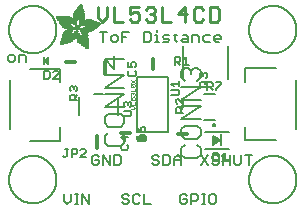
<source format=gbr>
G04 EAGLE Gerber RS-274X export*
G75*
%MOMM*%
%FSLAX34Y34*%
%LPD*%
%INSilkscreen Top*%
%IPPOS*%
%AMOC8*
5,1,8,0,0,1.08239X$1,22.5*%
G01*
%ADD10C,0.152400*%
%ADD11C,0.228600*%
%ADD12C,0.127000*%
%ADD13C,0.406400*%
%ADD14C,0.050800*%
%ADD15C,0.203200*%
%ADD16R,0.200000X1.000000*%
%ADD17C,0.304800*%
%ADD18R,0.050800X0.006300*%
%ADD19R,0.082600X0.006400*%
%ADD20R,0.120600X0.006300*%
%ADD21R,0.139700X0.006400*%
%ADD22R,0.158800X0.006300*%
%ADD23R,0.177800X0.006400*%
%ADD24R,0.196800X0.006300*%
%ADD25R,0.215900X0.006400*%
%ADD26R,0.228600X0.006300*%
%ADD27R,0.241300X0.006400*%
%ADD28R,0.254000X0.006300*%
%ADD29R,0.266700X0.006400*%
%ADD30R,0.279400X0.006300*%
%ADD31R,0.285700X0.006400*%
%ADD32R,0.298400X0.006300*%
%ADD33R,0.311200X0.006400*%
%ADD34R,0.317500X0.006300*%
%ADD35R,0.330200X0.006400*%
%ADD36R,0.336600X0.006300*%
%ADD37R,0.349200X0.006400*%
%ADD38R,0.361900X0.006300*%
%ADD39R,0.368300X0.006400*%
%ADD40R,0.381000X0.006300*%
%ADD41R,0.387300X0.006400*%
%ADD42R,0.393700X0.006300*%
%ADD43R,0.406400X0.006400*%
%ADD44R,0.412700X0.006300*%
%ADD45R,0.419100X0.006400*%
%ADD46R,0.431800X0.006300*%
%ADD47R,0.438100X0.006400*%
%ADD48R,0.450800X0.006300*%
%ADD49R,0.457200X0.006400*%
%ADD50R,0.463500X0.006300*%
%ADD51R,0.476200X0.006400*%
%ADD52R,0.482600X0.006300*%
%ADD53R,0.488900X0.006400*%
%ADD54R,0.501600X0.006300*%
%ADD55R,0.508000X0.006400*%
%ADD56R,0.514300X0.006300*%
%ADD57R,0.527000X0.006400*%
%ADD58R,0.533400X0.006300*%
%ADD59R,0.546100X0.006400*%
%ADD60R,0.552400X0.006300*%
%ADD61R,0.558800X0.006400*%
%ADD62R,0.571500X0.006300*%
%ADD63R,0.577800X0.006400*%
%ADD64R,0.584200X0.006300*%
%ADD65R,0.596900X0.006400*%
%ADD66R,0.603200X0.006300*%
%ADD67R,0.609600X0.006400*%
%ADD68R,0.622300X0.006300*%
%ADD69R,0.628600X0.006400*%
%ADD70R,0.641300X0.006300*%
%ADD71R,0.647700X0.006400*%
%ADD72R,0.063500X0.006300*%
%ADD73R,0.654000X0.006300*%
%ADD74R,0.101600X0.006400*%
%ADD75R,0.666700X0.006400*%
%ADD76R,0.139700X0.006300*%
%ADD77R,0.673100X0.006300*%
%ADD78R,0.165100X0.006400*%
%ADD79R,0.679400X0.006400*%
%ADD80R,0.196900X0.006300*%
%ADD81R,0.692100X0.006300*%
%ADD82R,0.222200X0.006400*%
%ADD83R,0.698500X0.006400*%
%ADD84R,0.247700X0.006300*%
%ADD85R,0.704800X0.006300*%
%ADD86R,0.279400X0.006400*%
%ADD87R,0.717500X0.006400*%
%ADD88R,0.298500X0.006300*%
%ADD89R,0.723900X0.006300*%
%ADD90R,0.736600X0.006400*%
%ADD91R,0.342900X0.006300*%
%ADD92R,0.742900X0.006300*%
%ADD93R,0.374700X0.006400*%
%ADD94R,0.749300X0.006400*%
%ADD95R,0.762000X0.006300*%
%ADD96R,0.412700X0.006400*%
%ADD97R,0.768300X0.006400*%
%ADD98R,0.438100X0.006300*%
%ADD99R,0.774700X0.006300*%
%ADD100R,0.463600X0.006400*%
%ADD101R,0.787400X0.006400*%
%ADD102R,0.793700X0.006300*%
%ADD103R,0.495300X0.006400*%
%ADD104R,0.800100X0.006400*%
%ADD105R,0.520700X0.006300*%
%ADD106R,0.812800X0.006300*%
%ADD107R,0.533400X0.006400*%
%ADD108R,0.819100X0.006400*%
%ADD109R,0.558800X0.006300*%
%ADD110R,0.825500X0.006300*%
%ADD111R,0.577900X0.006400*%
%ADD112R,0.831800X0.006400*%
%ADD113R,0.596900X0.006300*%
%ADD114R,0.844500X0.006300*%
%ADD115R,0.616000X0.006400*%
%ADD116R,0.850900X0.006400*%
%ADD117R,0.635000X0.006300*%
%ADD118R,0.857200X0.006300*%
%ADD119R,0.654100X0.006400*%
%ADD120R,0.863600X0.006400*%
%ADD121R,0.666700X0.006300*%
%ADD122R,0.869900X0.006300*%
%ADD123R,0.685800X0.006400*%
%ADD124R,0.876300X0.006400*%
%ADD125R,0.882600X0.006300*%
%ADD126R,0.723900X0.006400*%
%ADD127R,0.889000X0.006400*%
%ADD128R,0.895300X0.006300*%
%ADD129R,0.755700X0.006400*%
%ADD130R,0.901700X0.006400*%
%ADD131R,0.908000X0.006300*%
%ADD132R,0.793800X0.006400*%
%ADD133R,0.914400X0.006400*%
%ADD134R,0.806400X0.006300*%
%ADD135R,0.920700X0.006300*%
%ADD136R,0.825500X0.006400*%
%ADD137R,0.927100X0.006400*%
%ADD138R,0.933400X0.006300*%
%ADD139R,0.857300X0.006400*%
%ADD140R,0.939800X0.006400*%
%ADD141R,0.870000X0.006300*%
%ADD142R,0.939800X0.006300*%
%ADD143R,0.946100X0.006400*%
%ADD144R,0.952500X0.006300*%
%ADD145R,0.908000X0.006400*%
%ADD146R,0.958800X0.006400*%
%ADD147R,0.965200X0.006300*%
%ADD148R,0.965200X0.006400*%
%ADD149R,0.971500X0.006300*%
%ADD150R,0.952500X0.006400*%
%ADD151R,0.977900X0.006400*%
%ADD152R,0.958800X0.006300*%
%ADD153R,0.984200X0.006300*%
%ADD154R,0.971500X0.006400*%
%ADD155R,0.984200X0.006400*%
%ADD156R,0.990600X0.006300*%
%ADD157R,0.984300X0.006400*%
%ADD158R,0.996900X0.006400*%
%ADD159R,0.997000X0.006300*%
%ADD160R,0.996900X0.006300*%
%ADD161R,1.003300X0.006400*%
%ADD162R,1.016000X0.006300*%
%ADD163R,1.009600X0.006300*%
%ADD164R,1.016000X0.006400*%
%ADD165R,1.009600X0.006400*%
%ADD166R,1.022300X0.006300*%
%ADD167R,1.028700X0.006400*%
%ADD168R,1.035100X0.006300*%
%ADD169R,1.047800X0.006400*%
%ADD170R,1.054100X0.006300*%
%ADD171R,1.028700X0.006300*%
%ADD172R,1.054100X0.006400*%
%ADD173R,1.035000X0.006400*%
%ADD174R,1.060400X0.006300*%
%ADD175R,1.035000X0.006300*%
%ADD176R,1.060500X0.006400*%
%ADD177R,1.041400X0.006400*%
%ADD178R,1.066800X0.006300*%
%ADD179R,1.041400X0.006300*%
%ADD180R,1.079500X0.006400*%
%ADD181R,1.047700X0.006400*%
%ADD182R,1.085900X0.006300*%
%ADD183R,1.047700X0.006300*%
%ADD184R,1.085800X0.006400*%
%ADD185R,1.092200X0.006300*%
%ADD186R,1.085900X0.006400*%
%ADD187R,1.098600X0.006300*%
%ADD188R,1.098600X0.006400*%
%ADD189R,1.060400X0.006400*%
%ADD190R,1.104900X0.006300*%
%ADD191R,1.104900X0.006400*%
%ADD192R,1.066800X0.006400*%
%ADD193R,1.111200X0.006300*%
%ADD194R,1.117600X0.006400*%
%ADD195R,1.117600X0.006300*%
%ADD196R,1.073100X0.006300*%
%ADD197R,1.073100X0.006400*%
%ADD198R,1.124000X0.006300*%
%ADD199R,1.079500X0.006300*%
%ADD200R,1.123900X0.006400*%
%ADD201R,1.130300X0.006300*%
%ADD202R,1.130300X0.006400*%
%ADD203R,1.136700X0.006400*%
%ADD204R,1.136700X0.006300*%
%ADD205R,1.085800X0.006300*%
%ADD206R,1.136600X0.006400*%
%ADD207R,1.136600X0.006300*%
%ADD208R,1.143000X0.006400*%
%ADD209R,1.143000X0.006300*%
%ADD210R,1.149400X0.006300*%
%ADD211R,1.149300X0.006300*%
%ADD212R,1.149300X0.006400*%
%ADD213R,1.149400X0.006400*%
%ADD214R,1.155700X0.006400*%
%ADD215R,1.155700X0.006300*%
%ADD216R,1.060500X0.006300*%
%ADD217R,2.197100X0.006400*%
%ADD218R,2.197100X0.006300*%
%ADD219R,2.184400X0.006300*%
%ADD220R,2.184400X0.006400*%
%ADD221R,2.171700X0.006400*%
%ADD222R,2.171700X0.006300*%
%ADD223R,1.530300X0.006400*%
%ADD224R,1.505000X0.006300*%
%ADD225R,1.492300X0.006400*%
%ADD226R,1.485900X0.006300*%
%ADD227R,0.565200X0.006300*%
%ADD228R,1.473200X0.006400*%
%ADD229R,0.565200X0.006400*%
%ADD230R,1.460500X0.006300*%
%ADD231R,1.454100X0.006400*%
%ADD232R,0.552400X0.006400*%
%ADD233R,1.441500X0.006300*%
%ADD234R,0.546100X0.006300*%
%ADD235R,1.435100X0.006400*%
%ADD236R,0.539800X0.006400*%
%ADD237R,1.428800X0.006300*%
%ADD238R,1.422400X0.006400*%
%ADD239R,1.409700X0.006300*%
%ADD240R,0.527100X0.006300*%
%ADD241R,1.403300X0.006400*%
%ADD242R,0.527100X0.006400*%
%ADD243R,1.390700X0.006300*%
%ADD244R,1.384300X0.006400*%
%ADD245R,0.520700X0.006400*%
%ADD246R,1.384300X0.006300*%
%ADD247R,0.514400X0.006300*%
%ADD248R,1.371600X0.006400*%
%ADD249R,1.365200X0.006300*%
%ADD250R,0.508000X0.006300*%
%ADD251R,1.352600X0.006400*%
%ADD252R,0.501700X0.006400*%
%ADD253R,0.711200X0.006300*%
%ADD254R,0.603300X0.006300*%
%ADD255R,0.501700X0.006300*%
%ADD256R,0.692100X0.006400*%
%ADD257R,0.571500X0.006400*%
%ADD258R,0.679400X0.006300*%
%ADD259R,0.495300X0.006300*%
%ADD260R,0.673100X0.006400*%
%ADD261R,0.666800X0.006300*%
%ADD262R,0.488900X0.006300*%
%ADD263R,0.660400X0.006400*%
%ADD264R,0.482600X0.006400*%
%ADD265R,0.476200X0.006300*%
%ADD266R,0.654000X0.006400*%
%ADD267R,0.469900X0.006400*%
%ADD268R,0.476300X0.006400*%
%ADD269R,0.647700X0.006300*%
%ADD270R,0.457200X0.006300*%
%ADD271R,0.469900X0.006300*%
%ADD272R,0.641300X0.006400*%
%ADD273R,0.444500X0.006400*%
%ADD274R,0.463600X0.006300*%
%ADD275R,0.635000X0.006400*%
%ADD276R,0.463500X0.006400*%
%ADD277R,0.393700X0.006400*%
%ADD278R,0.450800X0.006400*%
%ADD279R,0.628600X0.006300*%
%ADD280R,0.387400X0.006300*%
%ADD281R,0.450900X0.006300*%
%ADD282R,0.628700X0.006400*%
%ADD283R,0.374600X0.006400*%
%ADD284R,0.368300X0.006300*%
%ADD285R,0.438200X0.006300*%
%ADD286R,0.622300X0.006400*%
%ADD287R,0.355600X0.006400*%
%ADD288R,0.431800X0.006400*%
%ADD289R,0.349300X0.006300*%
%ADD290R,0.425400X0.006300*%
%ADD291R,0.615900X0.006300*%
%ADD292R,0.330200X0.006300*%
%ADD293R,0.419100X0.006300*%
%ADD294R,0.616000X0.006300*%
%ADD295R,0.311200X0.006300*%
%ADD296R,0.406400X0.006300*%
%ADD297R,0.615900X0.006400*%
%ADD298R,0.304800X0.006400*%
%ADD299R,0.158800X0.006400*%
%ADD300R,0.609600X0.006300*%
%ADD301R,0.292100X0.006300*%
%ADD302R,0.235000X0.006300*%
%ADD303R,0.387400X0.006400*%
%ADD304R,0.292100X0.006400*%
%ADD305R,0.336500X0.006300*%
%ADD306R,0.260400X0.006300*%
%ADD307R,0.603300X0.006400*%
%ADD308R,0.260400X0.006400*%
%ADD309R,0.362000X0.006400*%
%ADD310R,0.450900X0.006400*%
%ADD311R,0.355600X0.006300*%
%ADD312R,0.342900X0.006400*%
%ADD313R,0.514300X0.006400*%
%ADD314R,0.234900X0.006300*%
%ADD315R,0.539700X0.006300*%
%ADD316R,0.603200X0.006400*%
%ADD317R,0.234900X0.006400*%
%ADD318R,0.920700X0.006400*%
%ADD319R,0.958900X0.006400*%
%ADD320R,0.215900X0.006300*%
%ADD321R,0.209600X0.006400*%
%ADD322R,0.203200X0.006300*%
%ADD323R,1.003300X0.006300*%
%ADD324R,0.203200X0.006400*%
%ADD325R,0.196900X0.006400*%
%ADD326R,0.190500X0.006300*%
%ADD327R,0.190500X0.006400*%
%ADD328R,0.184200X0.006300*%
%ADD329R,0.590500X0.006400*%
%ADD330R,0.184200X0.006400*%
%ADD331R,0.590500X0.006300*%
%ADD332R,0.177800X0.006300*%
%ADD333R,0.584200X0.006400*%
%ADD334R,1.168400X0.006400*%
%ADD335R,0.171500X0.006300*%
%ADD336R,1.187500X0.006300*%
%ADD337R,1.200100X0.006400*%
%ADD338R,0.577800X0.006300*%
%ADD339R,1.212900X0.006300*%
%ADD340R,1.231900X0.006400*%
%ADD341R,1.250900X0.006300*%
%ADD342R,0.565100X0.006400*%
%ADD343R,0.184100X0.006400*%
%ADD344R,1.263700X0.006400*%
%ADD345R,0.565100X0.006300*%
%ADD346R,1.289100X0.006300*%
%ADD347R,1.314400X0.006400*%
%ADD348R,0.552500X0.006300*%
%ADD349R,1.568500X0.006300*%
%ADD350R,0.552500X0.006400*%
%ADD351R,1.581200X0.006400*%
%ADD352R,1.593800X0.006300*%
%ADD353R,1.606500X0.006400*%
%ADD354R,1.619300X0.006300*%
%ADD355R,0.514400X0.006400*%
%ADD356R,1.638300X0.006400*%
%ADD357R,1.657300X0.006300*%
%ADD358R,2.209800X0.006400*%
%ADD359R,2.425700X0.006300*%
%ADD360R,2.470100X0.006400*%
%ADD361R,2.501900X0.006300*%
%ADD362R,2.533700X0.006400*%
%ADD363R,2.559000X0.006300*%
%ADD364R,2.584500X0.006400*%
%ADD365R,2.609900X0.006300*%
%ADD366R,2.628900X0.006400*%
%ADD367R,2.660600X0.006300*%
%ADD368R,2.673400X0.006400*%
%ADD369R,1.422400X0.006300*%
%ADD370R,1.200200X0.006300*%
%ADD371R,1.365300X0.006300*%
%ADD372R,1.365300X0.006400*%
%ADD373R,1.352500X0.006300*%
%ADD374R,1.098500X0.006300*%
%ADD375R,1.358900X0.006400*%
%ADD376R,1.352600X0.006300*%
%ADD377R,1.358900X0.006300*%
%ADD378R,1.371600X0.006300*%
%ADD379R,1.377900X0.006400*%
%ADD380R,1.397000X0.006400*%
%ADD381R,1.403300X0.006300*%
%ADD382R,0.914400X0.006300*%
%ADD383R,0.876300X0.006300*%
%ADD384R,0.374600X0.006300*%
%ADD385R,1.073200X0.006400*%
%ADD386R,0.374700X0.006300*%
%ADD387R,0.844600X0.006400*%
%ADD388R,0.844600X0.006300*%
%ADD389R,0.831900X0.006400*%
%ADD390R,1.092200X0.006400*%
%ADD391R,0.400000X0.006300*%
%ADD392R,0.819200X0.006400*%
%ADD393R,1.111300X0.006400*%
%ADD394R,0.812800X0.006400*%
%ADD395R,0.800100X0.006300*%
%ADD396R,0.476300X0.006300*%
%ADD397R,1.181100X0.006300*%
%ADD398R,0.501600X0.006400*%
%ADD399R,1.193800X0.006400*%
%ADD400R,0.781000X0.006400*%
%ADD401R,1.238200X0.006400*%
%ADD402R,0.781100X0.006300*%
%ADD403R,1.257300X0.006300*%
%ADD404R,1.295400X0.006400*%
%ADD405R,1.333500X0.006300*%
%ADD406R,0.774700X0.006400*%
%ADD407R,1.866900X0.006400*%
%ADD408R,0.209600X0.006300*%
%ADD409R,1.866900X0.006300*%
%ADD410R,0.768400X0.006400*%
%ADD411R,0.209500X0.006400*%
%ADD412R,1.860600X0.006400*%
%ADD413R,0.762000X0.006400*%
%ADD414R,0.768400X0.006300*%
%ADD415R,1.860600X0.006300*%
%ADD416R,1.860500X0.006400*%
%ADD417R,0.222300X0.006300*%
%ADD418R,1.854200X0.006300*%
%ADD419R,0.235000X0.006400*%
%ADD420R,1.854200X0.006400*%
%ADD421R,0.768300X0.006300*%
%ADD422R,0.260300X0.006400*%
%ADD423R,1.847800X0.006400*%
%ADD424R,0.266700X0.006300*%
%ADD425R,1.847800X0.006300*%
%ADD426R,0.273100X0.006400*%
%ADD427R,1.841500X0.006400*%
%ADD428R,0.285800X0.006300*%
%ADD429R,1.841500X0.006300*%
%ADD430R,0.298500X0.006400*%
%ADD431R,1.835100X0.006400*%
%ADD432R,0.781000X0.006300*%
%ADD433R,0.304800X0.006300*%
%ADD434R,1.835100X0.006300*%
%ADD435R,0.317500X0.006400*%
%ADD436R,1.828800X0.006400*%
%ADD437R,0.787400X0.006300*%
%ADD438R,0.323800X0.006300*%
%ADD439R,1.828800X0.006300*%
%ADD440R,0.793700X0.006400*%
%ADD441R,1.822400X0.006400*%
%ADD442R,0.806500X0.006300*%
%ADD443R,1.822400X0.006300*%
%ADD444R,1.816100X0.006400*%
%ADD445R,0.819100X0.006300*%
%ADD446R,0.387300X0.006300*%
%ADD447R,1.816100X0.006300*%
%ADD448R,1.809800X0.006400*%
%ADD449R,1.803400X0.006300*%
%ADD450R,1.797000X0.006400*%
%ADD451R,0.901700X0.006300*%
%ADD452R,1.797000X0.006300*%
%ADD453R,1.441400X0.006400*%
%ADD454R,1.790700X0.006400*%
%ADD455R,1.447800X0.006300*%
%ADD456R,1.784300X0.006300*%
%ADD457R,1.447800X0.006400*%
%ADD458R,1.784300X0.006400*%
%ADD459R,1.454100X0.006300*%
%ADD460R,1.771700X0.006300*%
%ADD461R,1.460500X0.006400*%
%ADD462R,1.759000X0.006400*%
%ADD463R,1.466800X0.006300*%
%ADD464R,1.752600X0.006300*%
%ADD465R,1.466800X0.006400*%
%ADD466R,1.739900X0.006400*%
%ADD467R,1.473200X0.006300*%
%ADD468R,1.727200X0.006300*%
%ADD469R,1.479500X0.006400*%
%ADD470R,1.714500X0.006400*%
%ADD471R,1.695400X0.006300*%
%ADD472R,1.485900X0.006400*%
%ADD473R,1.682700X0.006400*%
%ADD474R,1.492200X0.006300*%
%ADD475R,1.663700X0.006300*%
%ADD476R,1.498600X0.006400*%
%ADD477R,1.644600X0.006400*%
%ADD478R,1.498600X0.006300*%
%ADD479R,1.619200X0.006300*%
%ADD480R,1.511300X0.006400*%
%ADD481R,1.600200X0.006400*%
%ADD482R,1.517700X0.006300*%
%ADD483R,1.574800X0.006300*%
%ADD484R,1.524000X0.006400*%
%ADD485R,1.555800X0.006400*%
%ADD486R,1.524000X0.006300*%
%ADD487R,1.536700X0.006300*%
%ADD488R,1.530400X0.006400*%
%ADD489R,1.517700X0.006400*%
%ADD490R,1.492300X0.006300*%
%ADD491R,1.549400X0.006400*%
%ADD492R,1.479600X0.006400*%
%ADD493R,1.549400X0.006300*%
%ADD494R,1.555700X0.006400*%
%ADD495R,1.562100X0.006300*%
%ADD496R,0.323900X0.006300*%
%ADD497R,1.568400X0.006400*%
%ADD498R,0.336600X0.006400*%
%ADD499R,1.587500X0.006300*%
%ADD500R,0.971600X0.006300*%
%ADD501R,0.349300X0.006400*%
%ADD502R,1.600200X0.006300*%
%ADD503R,0.920800X0.006300*%
%ADD504R,0.882700X0.006400*%
%ADD505R,1.612900X0.006300*%
%ADD506R,0.362000X0.006300*%
%ADD507R,1.625600X0.006400*%
%ADD508R,1.625600X0.006300*%
%ADD509R,1.644600X0.006300*%
%ADD510R,0.736600X0.006300*%
%ADD511R,0.717600X0.006400*%
%ADD512R,1.657400X0.006300*%
%ADD513R,0.679500X0.006300*%
%ADD514R,1.663700X0.006400*%
%ADD515R,0.400000X0.006400*%
%ADD516R,1.676400X0.006300*%
%ADD517R,1.676400X0.006400*%
%ADD518R,0.425500X0.006400*%
%ADD519R,1.352500X0.006400*%
%ADD520R,0.444500X0.006300*%
%ADD521R,0.361900X0.006400*%
%ADD522R,0.088900X0.006300*%
%ADD523R,1.009700X0.006300*%
%ADD524R,1.009700X0.006400*%
%ADD525R,1.022300X0.006400*%
%ADD526R,1.346200X0.006400*%
%ADD527R,1.346200X0.006300*%
%ADD528R,1.339900X0.006400*%
%ADD529R,1.035100X0.006400*%
%ADD530R,1.339800X0.006300*%
%ADD531R,1.333500X0.006400*%
%ADD532R,1.327200X0.006400*%
%ADD533R,1.320800X0.006300*%
%ADD534R,1.314500X0.006400*%
%ADD535R,1.314400X0.006300*%
%ADD536R,1.301700X0.006400*%
%ADD537R,1.295400X0.006300*%
%ADD538R,1.289000X0.006400*%
%ADD539R,1.276300X0.006300*%
%ADD540R,1.251000X0.006300*%
%ADD541R,1.244600X0.006400*%
%ADD542R,1.231900X0.006300*%
%ADD543R,1.212800X0.006400*%
%ADD544R,1.200100X0.006300*%
%ADD545R,1.187400X0.006400*%
%ADD546R,1.168400X0.006300*%
%ADD547R,1.047800X0.006300*%
%ADD548R,0.977900X0.006300*%
%ADD549R,0.946200X0.006400*%
%ADD550R,0.933400X0.006400*%
%ADD551R,0.895300X0.006400*%
%ADD552R,0.882700X0.006300*%
%ADD553R,0.863600X0.006300*%
%ADD554R,0.857200X0.006400*%
%ADD555R,0.850900X0.006300*%
%ADD556R,0.838200X0.006300*%
%ADD557R,0.806500X0.006400*%
%ADD558R,0.717600X0.006300*%
%ADD559R,0.711200X0.006400*%
%ADD560R,0.641400X0.006400*%
%ADD561R,0.641400X0.006300*%
%ADD562R,0.628700X0.006300*%
%ADD563R,0.590600X0.006300*%
%ADD564R,0.539700X0.006400*%
%ADD565R,0.285700X0.006300*%
%ADD566R,0.222200X0.006300*%
%ADD567R,0.171400X0.006300*%
%ADD568R,0.152400X0.006400*%
%ADD569R,0.133400X0.006300*%
%ADD570R,0.127000X0.762000*%

G36*
X179655Y55413D02*
X179655Y55413D01*
X179726Y55411D01*
X179796Y55430D01*
X179867Y55438D01*
X179922Y55463D01*
X180001Y55483D01*
X180104Y55544D01*
X180173Y55575D01*
X183173Y57575D01*
X183260Y57652D01*
X183350Y57725D01*
X183365Y57747D01*
X183385Y57765D01*
X183447Y57862D01*
X183514Y57957D01*
X183522Y57983D01*
X183537Y58005D01*
X183569Y58116D01*
X183607Y58226D01*
X183608Y58253D01*
X183615Y58278D01*
X183615Y58394D01*
X183621Y58510D01*
X183615Y58536D01*
X183615Y58563D01*
X183583Y58674D01*
X183557Y58787D01*
X183544Y58810D01*
X183536Y58836D01*
X183474Y58934D01*
X183418Y59035D01*
X183400Y59051D01*
X183385Y59076D01*
X183177Y59261D01*
X183173Y59265D01*
X180173Y61265D01*
X180109Y61296D01*
X180049Y61336D01*
X179981Y61357D01*
X179917Y61388D01*
X179846Y61400D01*
X179778Y61421D01*
X179707Y61423D01*
X179637Y61435D01*
X179565Y61427D01*
X179494Y61429D01*
X179425Y61411D01*
X179354Y61402D01*
X179288Y61375D01*
X179219Y61357D01*
X179158Y61320D01*
X179092Y61293D01*
X179036Y61248D01*
X178974Y61212D01*
X178925Y61160D01*
X178870Y61115D01*
X178829Y61057D01*
X178780Y61004D01*
X178747Y60941D01*
X178706Y60883D01*
X178683Y60815D01*
X178650Y60751D01*
X178640Y60692D01*
X178613Y60614D01*
X178607Y60495D01*
X178595Y60420D01*
X178595Y56420D01*
X178605Y56349D01*
X178605Y56277D01*
X178625Y56209D01*
X178635Y56139D01*
X178664Y56073D01*
X178684Y56004D01*
X178722Y55944D01*
X178751Y55879D01*
X178797Y55824D01*
X178835Y55764D01*
X178889Y55716D01*
X178935Y55662D01*
X178994Y55622D01*
X179048Y55575D01*
X179112Y55544D01*
X179171Y55505D01*
X179240Y55483D01*
X179304Y55452D01*
X179374Y55440D01*
X179442Y55419D01*
X179514Y55417D01*
X179585Y55405D01*
X179655Y55413D01*
G37*
G36*
X38618Y122433D02*
X38618Y122433D01*
X38647Y122430D01*
X38739Y122450D01*
X38832Y122463D01*
X38859Y122476D01*
X38888Y122482D01*
X38968Y122530D01*
X39052Y122572D01*
X39073Y122593D01*
X39099Y122608D01*
X39160Y122680D01*
X39226Y122746D01*
X39239Y122772D01*
X39259Y122795D01*
X39294Y122882D01*
X39336Y122966D01*
X39340Y122996D01*
X39351Y123023D01*
X39369Y123190D01*
X39369Y128270D01*
X39364Y128299D01*
X39367Y128329D01*
X39345Y128420D01*
X39330Y128513D01*
X39316Y128539D01*
X39309Y128568D01*
X39258Y128647D01*
X39214Y128730D01*
X39193Y128751D01*
X39177Y128776D01*
X39104Y128835D01*
X39036Y128900D01*
X39009Y128912D01*
X38986Y128931D01*
X38898Y128964D01*
X38813Y129003D01*
X38783Y129006D01*
X38756Y129017D01*
X38662Y129020D01*
X38569Y129030D01*
X38539Y129024D01*
X38510Y129025D01*
X38420Y128998D01*
X38328Y128978D01*
X38303Y128963D01*
X38274Y128954D01*
X38132Y128864D01*
X34957Y126324D01*
X34888Y126247D01*
X34815Y126174D01*
X34806Y126157D01*
X34793Y126142D01*
X34751Y126046D01*
X34705Y125954D01*
X34703Y125934D01*
X34695Y125916D01*
X34686Y125813D01*
X34672Y125710D01*
X34676Y125691D01*
X34674Y125671D01*
X34699Y125570D01*
X34718Y125468D01*
X34728Y125451D01*
X34732Y125432D01*
X34788Y125345D01*
X34839Y125254D01*
X34856Y125237D01*
X34864Y125224D01*
X34889Y125204D01*
X34957Y125136D01*
X38132Y122596D01*
X38158Y122581D01*
X38180Y122561D01*
X38265Y122521D01*
X38347Y122475D01*
X38376Y122469D01*
X38403Y122457D01*
X38496Y122447D01*
X38588Y122429D01*
X38618Y122433D01*
G37*
D10*
X51788Y13215D02*
X51788Y7453D01*
X54670Y4572D01*
X57551Y7453D01*
X57551Y13215D01*
X61144Y4572D02*
X64025Y4572D01*
X62584Y4572D02*
X62584Y13215D01*
X61144Y13215D02*
X64025Y13215D01*
X67380Y13215D02*
X67380Y4572D01*
X73143Y4572D02*
X67380Y13215D01*
X73143Y13215D02*
X73143Y4572D01*
X81391Y44795D02*
X79951Y46235D01*
X77070Y46235D01*
X75629Y44795D01*
X75629Y39033D01*
X77070Y37592D01*
X79951Y37592D01*
X81391Y39033D01*
X81391Y41914D01*
X78510Y41914D01*
X84984Y46235D02*
X84984Y37592D01*
X90747Y37592D02*
X84984Y46235D01*
X90747Y46235D02*
X90747Y37592D01*
X94340Y37592D02*
X94340Y46235D01*
X94340Y37592D02*
X98661Y37592D01*
X100102Y39033D01*
X100102Y44795D01*
X98661Y46235D01*
X94340Y46235D01*
X105351Y13215D02*
X106791Y11775D01*
X105351Y13215D02*
X102470Y13215D01*
X101029Y11775D01*
X101029Y10334D01*
X102470Y8894D01*
X105351Y8894D01*
X106791Y7453D01*
X106791Y6013D01*
X105351Y4572D01*
X102470Y4572D01*
X101029Y6013D01*
X114706Y13215D02*
X116147Y11775D01*
X114706Y13215D02*
X111825Y13215D01*
X110384Y11775D01*
X110384Y6013D01*
X111825Y4572D01*
X114706Y4572D01*
X116147Y6013D01*
X119740Y4572D02*
X119740Y13215D01*
X119740Y4572D02*
X125502Y4572D01*
X132191Y44795D02*
X130751Y46235D01*
X127870Y46235D01*
X126429Y44795D01*
X126429Y43354D01*
X127870Y41914D01*
X130751Y41914D01*
X132191Y40473D01*
X132191Y39033D01*
X130751Y37592D01*
X127870Y37592D01*
X126429Y39033D01*
X135784Y37592D02*
X135784Y46235D01*
X135784Y37592D02*
X140106Y37592D01*
X141547Y39033D01*
X141547Y44795D01*
X140106Y46235D01*
X135784Y46235D01*
X145140Y43354D02*
X145140Y37592D01*
X145140Y43354D02*
X148021Y46235D01*
X150902Y43354D01*
X150902Y37592D01*
X150902Y41914D02*
X145140Y41914D01*
X154303Y13215D02*
X155743Y11775D01*
X154303Y13215D02*
X151421Y13215D01*
X149981Y11775D01*
X149981Y6013D01*
X151421Y4572D01*
X154303Y4572D01*
X155743Y6013D01*
X155743Y8894D01*
X152862Y8894D01*
X159336Y13215D02*
X159336Y4572D01*
X159336Y13215D02*
X163658Y13215D01*
X165098Y11775D01*
X165098Y8894D01*
X163658Y7453D01*
X159336Y7453D01*
X168691Y4572D02*
X171572Y4572D01*
X170132Y4572D02*
X170132Y13215D01*
X171572Y13215D02*
X168691Y13215D01*
X176369Y13215D02*
X179250Y13215D01*
X176369Y13215D02*
X174928Y11775D01*
X174928Y6013D01*
X176369Y4572D01*
X179250Y4572D01*
X180690Y6013D01*
X180690Y11775D01*
X179250Y13215D01*
X173636Y37592D02*
X167874Y46235D01*
X173636Y46235D02*
X167874Y37592D01*
X181551Y46235D02*
X182991Y44795D01*
X181551Y46235D02*
X178670Y46235D01*
X177229Y44795D01*
X177229Y43354D01*
X178670Y41914D01*
X181551Y41914D01*
X182991Y40473D01*
X182991Y39033D01*
X181551Y37592D01*
X178670Y37592D01*
X177229Y39033D01*
X186584Y37592D02*
X186584Y46235D01*
X186584Y41914D02*
X192347Y41914D01*
X192347Y46235D02*
X192347Y37592D01*
X195940Y39033D02*
X195940Y46235D01*
X195940Y39033D02*
X197380Y37592D01*
X200261Y37592D01*
X201702Y39033D01*
X201702Y46235D01*
X208176Y46235D02*
X208176Y37592D01*
X205295Y46235D02*
X211057Y46235D01*
D11*
X80233Y163029D02*
X80233Y171334D01*
X80233Y163029D02*
X84385Y158877D01*
X88537Y163029D01*
X88537Y171334D01*
X93798Y171334D02*
X93798Y158877D01*
X102102Y158877D01*
X107363Y171334D02*
X115667Y171334D01*
X107363Y171334D02*
X107363Y165105D01*
X111515Y167181D01*
X113591Y167181D01*
X115667Y165105D01*
X115667Y160953D01*
X113591Y158877D01*
X109439Y158877D01*
X107363Y160953D01*
X120928Y169258D02*
X123004Y171334D01*
X127156Y171334D01*
X129232Y169258D01*
X129232Y167181D01*
X127156Y165105D01*
X125080Y165105D01*
X127156Y165105D02*
X129232Y163029D01*
X129232Y160953D01*
X127156Y158877D01*
X123004Y158877D01*
X120928Y160953D01*
X134493Y158877D02*
X134493Y171334D01*
X134493Y158877D02*
X142797Y158877D01*
X154286Y158877D02*
X154286Y171334D01*
X148058Y165105D01*
X156362Y165105D01*
X167851Y171334D02*
X169927Y169258D01*
X167851Y171334D02*
X163699Y171334D01*
X161623Y169258D01*
X161623Y160953D01*
X163699Y158877D01*
X167851Y158877D01*
X169927Y160953D01*
X175188Y158877D02*
X175188Y171334D01*
X175188Y158877D02*
X181416Y158877D01*
X183493Y160953D01*
X183493Y169258D01*
X181416Y171334D01*
X175188Y171334D01*
D10*
X85250Y150375D02*
X85250Y141732D01*
X82369Y150375D02*
X88132Y150375D01*
X93165Y141732D02*
X96046Y141732D01*
X97487Y143173D01*
X97487Y146054D01*
X96046Y147494D01*
X93165Y147494D01*
X91724Y146054D01*
X91724Y143173D01*
X93165Y141732D01*
X101080Y141732D02*
X101080Y150375D01*
X106842Y150375D01*
X103961Y146054D02*
X101080Y146054D01*
X119790Y150375D02*
X119790Y141732D01*
X124112Y141732D01*
X125552Y143173D01*
X125552Y148935D01*
X124112Y150375D01*
X119790Y150375D01*
X129145Y147494D02*
X130586Y147494D01*
X130586Y141732D01*
X132026Y141732D02*
X129145Y141732D01*
X130586Y150375D02*
X130586Y151816D01*
X135382Y141732D02*
X139704Y141732D01*
X141144Y143173D01*
X139704Y144613D01*
X136823Y144613D01*
X135382Y146054D01*
X136823Y147494D01*
X141144Y147494D01*
X146178Y148935D02*
X146178Y143173D01*
X147618Y141732D01*
X147618Y147494D02*
X144737Y147494D01*
X152415Y147494D02*
X155296Y147494D01*
X156736Y146054D01*
X156736Y141732D01*
X152415Y141732D01*
X150974Y143173D01*
X152415Y144613D01*
X156736Y144613D01*
X160329Y141732D02*
X160329Y147494D01*
X164651Y147494D01*
X166091Y146054D01*
X166091Y141732D01*
X171125Y147494D02*
X175447Y147494D01*
X171125Y147494D02*
X169684Y146054D01*
X169684Y143173D01*
X171125Y141732D01*
X175447Y141732D01*
X180480Y141732D02*
X183361Y141732D01*
X180480Y141732D02*
X179040Y143173D01*
X179040Y146054D01*
X180480Y147494D01*
X183361Y147494D01*
X184802Y146054D01*
X184802Y144613D01*
X179040Y144613D01*
D12*
X8894Y125095D02*
X5928Y125095D01*
X8894Y125095D02*
X10377Y126578D01*
X10377Y129544D01*
X8894Y131027D01*
X5928Y131027D01*
X4445Y129544D01*
X4445Y126578D01*
X5928Y125095D01*
X13800Y125095D02*
X13800Y131027D01*
X18249Y131027D01*
X19732Y129544D01*
X19732Y125095D01*
D13*
X116586Y60900D02*
X116588Y60975D01*
X116594Y61049D01*
X116604Y61123D01*
X116617Y61196D01*
X116635Y61269D01*
X116656Y61340D01*
X116681Y61411D01*
X116710Y61480D01*
X116743Y61547D01*
X116779Y61612D01*
X116818Y61676D01*
X116860Y61737D01*
X116906Y61796D01*
X116955Y61853D01*
X117007Y61906D01*
X117061Y61957D01*
X117118Y62006D01*
X117178Y62050D01*
X117240Y62092D01*
X117304Y62131D01*
X117370Y62166D01*
X117437Y62197D01*
X117507Y62225D01*
X117577Y62249D01*
X117649Y62270D01*
X117722Y62286D01*
X117795Y62299D01*
X117870Y62308D01*
X117944Y62313D01*
X118019Y62314D01*
X118093Y62311D01*
X118168Y62304D01*
X118241Y62293D01*
X118315Y62279D01*
X118387Y62260D01*
X118458Y62238D01*
X118528Y62212D01*
X118597Y62182D01*
X118663Y62149D01*
X118728Y62112D01*
X118791Y62072D01*
X118852Y62028D01*
X118910Y61982D01*
X118966Y61932D01*
X119019Y61880D01*
X119070Y61825D01*
X119117Y61767D01*
X119161Y61707D01*
X119202Y61644D01*
X119240Y61580D01*
X119274Y61514D01*
X119305Y61445D01*
X119332Y61376D01*
X119355Y61305D01*
X119374Y61233D01*
X119390Y61160D01*
X119402Y61086D01*
X119410Y61012D01*
X119414Y60937D01*
X119414Y60863D01*
X119410Y60788D01*
X119402Y60714D01*
X119390Y60640D01*
X119374Y60567D01*
X119355Y60495D01*
X119332Y60424D01*
X119305Y60355D01*
X119274Y60286D01*
X119240Y60220D01*
X119202Y60156D01*
X119161Y60093D01*
X119117Y60033D01*
X119070Y59975D01*
X119019Y59920D01*
X118966Y59868D01*
X118910Y59818D01*
X118852Y59772D01*
X118791Y59728D01*
X118728Y59688D01*
X118663Y59651D01*
X118597Y59618D01*
X118528Y59588D01*
X118458Y59562D01*
X118387Y59540D01*
X118315Y59521D01*
X118241Y59507D01*
X118168Y59496D01*
X118093Y59489D01*
X118019Y59486D01*
X117944Y59487D01*
X117870Y59492D01*
X117795Y59501D01*
X117722Y59514D01*
X117649Y59530D01*
X117577Y59551D01*
X117507Y59575D01*
X117437Y59603D01*
X117370Y59634D01*
X117304Y59669D01*
X117240Y59708D01*
X117178Y59750D01*
X117118Y59794D01*
X117061Y59843D01*
X117007Y59894D01*
X116955Y59947D01*
X116906Y60004D01*
X116860Y60063D01*
X116818Y60124D01*
X116779Y60188D01*
X116743Y60253D01*
X116710Y60320D01*
X116681Y60389D01*
X116656Y60460D01*
X116635Y60531D01*
X116617Y60604D01*
X116604Y60677D01*
X116594Y60751D01*
X116588Y60825D01*
X116586Y60900D01*
D12*
X140000Y65900D02*
X140000Y111900D01*
X140000Y65900D02*
X114000Y65900D01*
X114000Y111900D01*
X140000Y111900D01*
D10*
X142756Y96694D02*
X148264Y96694D01*
X149366Y97795D01*
X149366Y99999D01*
X148264Y101100D01*
X142756Y101100D01*
X144960Y104178D02*
X142756Y106381D01*
X149366Y106381D01*
X149366Y104178D02*
X149366Y108584D01*
D14*
X110624Y84959D02*
X108251Y84959D01*
X110624Y84959D02*
X111810Y86146D01*
X110624Y87332D01*
X108251Y87332D01*
X108251Y88702D02*
X111810Y88702D01*
X111810Y91074D01*
X108251Y92444D02*
X108251Y94816D01*
X108251Y92444D02*
X110031Y92444D01*
X109437Y93630D01*
X109437Y94223D01*
X110031Y94816D01*
X111217Y94816D01*
X111810Y94223D01*
X111810Y93037D01*
X111217Y92444D01*
X108844Y96186D02*
X108251Y96779D01*
X108251Y97965D01*
X108844Y98558D01*
X109437Y98558D01*
X110031Y97965D01*
X110031Y97372D01*
X110031Y97965D02*
X110624Y98558D01*
X111217Y98558D01*
X111810Y97965D01*
X111810Y96779D01*
X111217Y96186D01*
X111810Y99928D02*
X108251Y99928D01*
X111810Y99928D02*
X111810Y102300D01*
X111217Y103670D02*
X108844Y103670D01*
X108251Y104263D01*
X108251Y105449D01*
X108844Y106042D01*
X111217Y106042D01*
X111810Y105449D01*
X111810Y104263D01*
X111217Y103670D01*
X108844Y106042D01*
X108251Y107412D02*
X111810Y109785D01*
X111810Y107412D02*
X108251Y109785D01*
D15*
X171610Y51420D02*
X191610Y51420D01*
X191610Y65420D02*
X171610Y65420D01*
X178110Y54420D02*
X184110Y58420D01*
X178110Y54420D02*
X178110Y62420D01*
X184110Y58420D01*
D16*
X185110Y58420D03*
D10*
X178404Y47664D02*
X178404Y41054D01*
X181709Y41054D01*
X182810Y42156D01*
X182810Y46562D01*
X181709Y47664D01*
X178404Y47664D01*
X185888Y45460D02*
X188091Y47664D01*
X188091Y41054D01*
X185888Y41054D02*
X190294Y41054D01*
D17*
X80010Y52070D02*
X80010Y62230D01*
D10*
X99816Y53869D02*
X100918Y54970D01*
X99816Y53869D02*
X99816Y51665D01*
X100918Y50564D01*
X105324Y50564D01*
X106426Y51665D01*
X106426Y53869D01*
X105324Y54970D01*
X106426Y61353D02*
X99816Y61353D01*
X103121Y58048D01*
X103121Y62454D01*
D15*
X64780Y79630D02*
X64780Y95630D01*
X97780Y95630D02*
X97780Y79630D01*
X85280Y98130D02*
X77280Y98130D01*
D10*
X102356Y79044D02*
X107864Y79044D01*
X108966Y80145D01*
X108966Y82349D01*
X107864Y83450D01*
X102356Y83450D01*
X103458Y86528D02*
X102356Y87629D01*
X102356Y89833D01*
X103458Y90934D01*
X104560Y90934D01*
X105661Y89833D01*
X105661Y88731D01*
X105661Y89833D02*
X106763Y90934D01*
X107864Y90934D01*
X108966Y89833D01*
X108966Y87629D01*
X107864Y86528D01*
D17*
X86360Y114300D02*
X86360Y124460D01*
D10*
X106166Y116099D02*
X107268Y117200D01*
X106166Y116099D02*
X106166Y113895D01*
X107268Y112794D01*
X111674Y112794D01*
X112776Y113895D01*
X112776Y116099D01*
X111674Y117200D01*
X106166Y120278D02*
X106166Y124684D01*
X106166Y120278D02*
X109471Y120278D01*
X108370Y122481D01*
X108370Y123583D01*
X109471Y124684D01*
X111674Y124684D01*
X112776Y123583D01*
X112776Y121379D01*
X111674Y120278D01*
D17*
X108140Y64770D02*
X100140Y64770D01*
D10*
X113786Y61489D02*
X114888Y62590D01*
X113786Y61489D02*
X113786Y59285D01*
X114888Y58184D01*
X119294Y58184D01*
X120396Y59285D01*
X120396Y61489D01*
X119294Y62590D01*
X114888Y67871D02*
X113786Y70074D01*
X114888Y67871D02*
X117091Y65668D01*
X119294Y65668D01*
X120396Y66769D01*
X120396Y68973D01*
X119294Y70074D01*
X118193Y70074D01*
X117091Y68973D01*
X117091Y65668D01*
D15*
X152450Y110460D02*
X152450Y138460D01*
X190450Y138460D02*
X190450Y110460D01*
D10*
X173244Y107704D02*
X173244Y101094D01*
X173244Y107704D02*
X176549Y107704D01*
X177650Y106602D01*
X177650Y104399D01*
X176549Y103297D01*
X173244Y103297D01*
X175447Y103297D02*
X177650Y101094D01*
X180728Y107704D02*
X185134Y107704D01*
X185134Y106602D01*
X180728Y102196D01*
X180728Y101094D01*
D15*
X179760Y75360D02*
X170760Y75360D01*
X170760Y97360D02*
X179760Y97360D01*
X177760Y71360D02*
X177762Y71423D01*
X177768Y71485D01*
X177778Y71547D01*
X177791Y71609D01*
X177809Y71669D01*
X177830Y71728D01*
X177855Y71786D01*
X177884Y71842D01*
X177916Y71896D01*
X177951Y71948D01*
X177989Y71997D01*
X178031Y72045D01*
X178075Y72089D01*
X178123Y72131D01*
X178172Y72169D01*
X178224Y72204D01*
X178278Y72236D01*
X178334Y72265D01*
X178392Y72290D01*
X178451Y72311D01*
X178511Y72329D01*
X178573Y72342D01*
X178635Y72352D01*
X178697Y72358D01*
X178760Y72360D01*
X178823Y72358D01*
X178885Y72352D01*
X178947Y72342D01*
X179009Y72329D01*
X179069Y72311D01*
X179128Y72290D01*
X179186Y72265D01*
X179242Y72236D01*
X179296Y72204D01*
X179348Y72169D01*
X179397Y72131D01*
X179445Y72089D01*
X179489Y72045D01*
X179531Y71997D01*
X179569Y71948D01*
X179604Y71896D01*
X179636Y71842D01*
X179665Y71786D01*
X179690Y71728D01*
X179711Y71669D01*
X179729Y71609D01*
X179742Y71547D01*
X179752Y71485D01*
X179758Y71423D01*
X179760Y71360D01*
X179758Y71297D01*
X179752Y71235D01*
X179742Y71173D01*
X179729Y71111D01*
X179711Y71051D01*
X179690Y70992D01*
X179665Y70934D01*
X179636Y70878D01*
X179604Y70824D01*
X179569Y70772D01*
X179531Y70723D01*
X179489Y70675D01*
X179445Y70631D01*
X179397Y70589D01*
X179348Y70551D01*
X179296Y70516D01*
X179242Y70484D01*
X179186Y70455D01*
X179128Y70430D01*
X179069Y70409D01*
X179009Y70391D01*
X178947Y70378D01*
X178885Y70368D01*
X178823Y70362D01*
X178760Y70360D01*
X178697Y70362D01*
X178635Y70368D01*
X178573Y70378D01*
X178511Y70391D01*
X178451Y70409D01*
X178392Y70430D01*
X178334Y70455D01*
X178278Y70484D01*
X178224Y70516D01*
X178172Y70551D01*
X178123Y70589D01*
X178075Y70631D01*
X178031Y70675D01*
X177989Y70723D01*
X177951Y70772D01*
X177916Y70824D01*
X177884Y70878D01*
X177855Y70934D01*
X177830Y70992D01*
X177809Y71051D01*
X177791Y71111D01*
X177778Y71173D01*
X177768Y71235D01*
X177762Y71297D01*
X177760Y71360D01*
D10*
X172126Y103632D02*
X167720Y103632D01*
X166618Y104734D01*
X166618Y106937D01*
X167720Y108038D01*
X172126Y108038D01*
X173228Y106937D01*
X173228Y104734D01*
X172126Y103632D01*
X171025Y105835D02*
X173228Y108038D01*
X167720Y111116D02*
X166618Y112218D01*
X166618Y114421D01*
X167720Y115523D01*
X168822Y115523D01*
X169923Y114421D01*
X169923Y113319D01*
X169923Y114421D02*
X171025Y115523D01*
X172126Y115523D01*
X173228Y114421D01*
X173228Y112218D01*
X172126Y111116D01*
X51902Y44450D02*
X50800Y45552D01*
X51902Y44450D02*
X53003Y44450D01*
X54105Y45552D01*
X54105Y51060D01*
X55206Y51060D02*
X53003Y51060D01*
X58284Y51060D02*
X58284Y44450D01*
X58284Y51060D02*
X61589Y51060D01*
X62691Y49958D01*
X62691Y47755D01*
X61589Y46653D01*
X58284Y46653D01*
X65768Y44450D02*
X70175Y44450D01*
X70175Y48856D02*
X65768Y44450D01*
X70175Y48856D02*
X70175Y49958D01*
X69073Y51060D01*
X66870Y51060D01*
X65768Y49958D01*
D15*
X5400Y152400D02*
X5406Y152891D01*
X5424Y153381D01*
X5454Y153871D01*
X5496Y154360D01*
X5550Y154848D01*
X5616Y155335D01*
X5694Y155819D01*
X5784Y156302D01*
X5886Y156782D01*
X5999Y157260D01*
X6124Y157734D01*
X6261Y158206D01*
X6409Y158674D01*
X6569Y159138D01*
X6740Y159598D01*
X6922Y160054D01*
X7116Y160505D01*
X7320Y160951D01*
X7536Y161392D01*
X7762Y161828D01*
X7998Y162258D01*
X8245Y162682D01*
X8503Y163100D01*
X8771Y163511D01*
X9048Y163916D01*
X9336Y164314D01*
X9633Y164705D01*
X9940Y165088D01*
X10256Y165463D01*
X10581Y165831D01*
X10915Y166191D01*
X11258Y166542D01*
X11609Y166885D01*
X11969Y167219D01*
X12337Y167544D01*
X12712Y167860D01*
X13095Y168167D01*
X13486Y168464D01*
X13884Y168752D01*
X14289Y169029D01*
X14700Y169297D01*
X15118Y169555D01*
X15542Y169802D01*
X15972Y170038D01*
X16408Y170264D01*
X16849Y170480D01*
X17295Y170684D01*
X17746Y170878D01*
X18202Y171060D01*
X18662Y171231D01*
X19126Y171391D01*
X19594Y171539D01*
X20066Y171676D01*
X20540Y171801D01*
X21018Y171914D01*
X21498Y172016D01*
X21981Y172106D01*
X22465Y172184D01*
X22952Y172250D01*
X23440Y172304D01*
X23929Y172346D01*
X24419Y172376D01*
X24909Y172394D01*
X25400Y172400D01*
X25891Y172394D01*
X26381Y172376D01*
X26871Y172346D01*
X27360Y172304D01*
X27848Y172250D01*
X28335Y172184D01*
X28819Y172106D01*
X29302Y172016D01*
X29782Y171914D01*
X30260Y171801D01*
X30734Y171676D01*
X31206Y171539D01*
X31674Y171391D01*
X32138Y171231D01*
X32598Y171060D01*
X33054Y170878D01*
X33505Y170684D01*
X33951Y170480D01*
X34392Y170264D01*
X34828Y170038D01*
X35258Y169802D01*
X35682Y169555D01*
X36100Y169297D01*
X36511Y169029D01*
X36916Y168752D01*
X37314Y168464D01*
X37705Y168167D01*
X38088Y167860D01*
X38463Y167544D01*
X38831Y167219D01*
X39191Y166885D01*
X39542Y166542D01*
X39885Y166191D01*
X40219Y165831D01*
X40544Y165463D01*
X40860Y165088D01*
X41167Y164705D01*
X41464Y164314D01*
X41752Y163916D01*
X42029Y163511D01*
X42297Y163100D01*
X42555Y162682D01*
X42802Y162258D01*
X43038Y161828D01*
X43264Y161392D01*
X43480Y160951D01*
X43684Y160505D01*
X43878Y160054D01*
X44060Y159598D01*
X44231Y159138D01*
X44391Y158674D01*
X44539Y158206D01*
X44676Y157734D01*
X44801Y157260D01*
X44914Y156782D01*
X45016Y156302D01*
X45106Y155819D01*
X45184Y155335D01*
X45250Y154848D01*
X45304Y154360D01*
X45346Y153871D01*
X45376Y153381D01*
X45394Y152891D01*
X45400Y152400D01*
X45394Y151909D01*
X45376Y151419D01*
X45346Y150929D01*
X45304Y150440D01*
X45250Y149952D01*
X45184Y149465D01*
X45106Y148981D01*
X45016Y148498D01*
X44914Y148018D01*
X44801Y147540D01*
X44676Y147066D01*
X44539Y146594D01*
X44391Y146126D01*
X44231Y145662D01*
X44060Y145202D01*
X43878Y144746D01*
X43684Y144295D01*
X43480Y143849D01*
X43264Y143408D01*
X43038Y142972D01*
X42802Y142542D01*
X42555Y142118D01*
X42297Y141700D01*
X42029Y141289D01*
X41752Y140884D01*
X41464Y140486D01*
X41167Y140095D01*
X40860Y139712D01*
X40544Y139337D01*
X40219Y138969D01*
X39885Y138609D01*
X39542Y138258D01*
X39191Y137915D01*
X38831Y137581D01*
X38463Y137256D01*
X38088Y136940D01*
X37705Y136633D01*
X37314Y136336D01*
X36916Y136048D01*
X36511Y135771D01*
X36100Y135503D01*
X35682Y135245D01*
X35258Y134998D01*
X34828Y134762D01*
X34392Y134536D01*
X33951Y134320D01*
X33505Y134116D01*
X33054Y133922D01*
X32598Y133740D01*
X32138Y133569D01*
X31674Y133409D01*
X31206Y133261D01*
X30734Y133124D01*
X30260Y132999D01*
X29782Y132886D01*
X29302Y132784D01*
X28819Y132694D01*
X28335Y132616D01*
X27848Y132550D01*
X27360Y132496D01*
X26871Y132454D01*
X26381Y132424D01*
X25891Y132406D01*
X25400Y132400D01*
X24909Y132406D01*
X24419Y132424D01*
X23929Y132454D01*
X23440Y132496D01*
X22952Y132550D01*
X22465Y132616D01*
X21981Y132694D01*
X21498Y132784D01*
X21018Y132886D01*
X20540Y132999D01*
X20066Y133124D01*
X19594Y133261D01*
X19126Y133409D01*
X18662Y133569D01*
X18202Y133740D01*
X17746Y133922D01*
X17295Y134116D01*
X16849Y134320D01*
X16408Y134536D01*
X15972Y134762D01*
X15542Y134998D01*
X15118Y135245D01*
X14700Y135503D01*
X14289Y135771D01*
X13884Y136048D01*
X13486Y136336D01*
X13095Y136633D01*
X12712Y136940D01*
X12337Y137256D01*
X11969Y137581D01*
X11609Y137915D01*
X11258Y138258D01*
X10915Y138609D01*
X10581Y138969D01*
X10256Y139337D01*
X9940Y139712D01*
X9633Y140095D01*
X9336Y140486D01*
X9048Y140884D01*
X8771Y141289D01*
X8503Y141700D01*
X8245Y142118D01*
X7998Y142542D01*
X7762Y142972D01*
X7536Y143408D01*
X7320Y143849D01*
X7116Y144295D01*
X6922Y144746D01*
X6740Y145202D01*
X6569Y145662D01*
X6409Y146126D01*
X6261Y146594D01*
X6124Y147066D01*
X5999Y147540D01*
X5886Y148018D01*
X5784Y148498D01*
X5694Y148981D01*
X5616Y149465D01*
X5550Y149952D01*
X5496Y150440D01*
X5454Y150929D01*
X5424Y151419D01*
X5406Y151909D01*
X5400Y152400D01*
X208600Y152400D02*
X208606Y152891D01*
X208624Y153381D01*
X208654Y153871D01*
X208696Y154360D01*
X208750Y154848D01*
X208816Y155335D01*
X208894Y155819D01*
X208984Y156302D01*
X209086Y156782D01*
X209199Y157260D01*
X209324Y157734D01*
X209461Y158206D01*
X209609Y158674D01*
X209769Y159138D01*
X209940Y159598D01*
X210122Y160054D01*
X210316Y160505D01*
X210520Y160951D01*
X210736Y161392D01*
X210962Y161828D01*
X211198Y162258D01*
X211445Y162682D01*
X211703Y163100D01*
X211971Y163511D01*
X212248Y163916D01*
X212536Y164314D01*
X212833Y164705D01*
X213140Y165088D01*
X213456Y165463D01*
X213781Y165831D01*
X214115Y166191D01*
X214458Y166542D01*
X214809Y166885D01*
X215169Y167219D01*
X215537Y167544D01*
X215912Y167860D01*
X216295Y168167D01*
X216686Y168464D01*
X217084Y168752D01*
X217489Y169029D01*
X217900Y169297D01*
X218318Y169555D01*
X218742Y169802D01*
X219172Y170038D01*
X219608Y170264D01*
X220049Y170480D01*
X220495Y170684D01*
X220946Y170878D01*
X221402Y171060D01*
X221862Y171231D01*
X222326Y171391D01*
X222794Y171539D01*
X223266Y171676D01*
X223740Y171801D01*
X224218Y171914D01*
X224698Y172016D01*
X225181Y172106D01*
X225665Y172184D01*
X226152Y172250D01*
X226640Y172304D01*
X227129Y172346D01*
X227619Y172376D01*
X228109Y172394D01*
X228600Y172400D01*
X229091Y172394D01*
X229581Y172376D01*
X230071Y172346D01*
X230560Y172304D01*
X231048Y172250D01*
X231535Y172184D01*
X232019Y172106D01*
X232502Y172016D01*
X232982Y171914D01*
X233460Y171801D01*
X233934Y171676D01*
X234406Y171539D01*
X234874Y171391D01*
X235338Y171231D01*
X235798Y171060D01*
X236254Y170878D01*
X236705Y170684D01*
X237151Y170480D01*
X237592Y170264D01*
X238028Y170038D01*
X238458Y169802D01*
X238882Y169555D01*
X239300Y169297D01*
X239711Y169029D01*
X240116Y168752D01*
X240514Y168464D01*
X240905Y168167D01*
X241288Y167860D01*
X241663Y167544D01*
X242031Y167219D01*
X242391Y166885D01*
X242742Y166542D01*
X243085Y166191D01*
X243419Y165831D01*
X243744Y165463D01*
X244060Y165088D01*
X244367Y164705D01*
X244664Y164314D01*
X244952Y163916D01*
X245229Y163511D01*
X245497Y163100D01*
X245755Y162682D01*
X246002Y162258D01*
X246238Y161828D01*
X246464Y161392D01*
X246680Y160951D01*
X246884Y160505D01*
X247078Y160054D01*
X247260Y159598D01*
X247431Y159138D01*
X247591Y158674D01*
X247739Y158206D01*
X247876Y157734D01*
X248001Y157260D01*
X248114Y156782D01*
X248216Y156302D01*
X248306Y155819D01*
X248384Y155335D01*
X248450Y154848D01*
X248504Y154360D01*
X248546Y153871D01*
X248576Y153381D01*
X248594Y152891D01*
X248600Y152400D01*
X248594Y151909D01*
X248576Y151419D01*
X248546Y150929D01*
X248504Y150440D01*
X248450Y149952D01*
X248384Y149465D01*
X248306Y148981D01*
X248216Y148498D01*
X248114Y148018D01*
X248001Y147540D01*
X247876Y147066D01*
X247739Y146594D01*
X247591Y146126D01*
X247431Y145662D01*
X247260Y145202D01*
X247078Y144746D01*
X246884Y144295D01*
X246680Y143849D01*
X246464Y143408D01*
X246238Y142972D01*
X246002Y142542D01*
X245755Y142118D01*
X245497Y141700D01*
X245229Y141289D01*
X244952Y140884D01*
X244664Y140486D01*
X244367Y140095D01*
X244060Y139712D01*
X243744Y139337D01*
X243419Y138969D01*
X243085Y138609D01*
X242742Y138258D01*
X242391Y137915D01*
X242031Y137581D01*
X241663Y137256D01*
X241288Y136940D01*
X240905Y136633D01*
X240514Y136336D01*
X240116Y136048D01*
X239711Y135771D01*
X239300Y135503D01*
X238882Y135245D01*
X238458Y134998D01*
X238028Y134762D01*
X237592Y134536D01*
X237151Y134320D01*
X236705Y134116D01*
X236254Y133922D01*
X235798Y133740D01*
X235338Y133569D01*
X234874Y133409D01*
X234406Y133261D01*
X233934Y133124D01*
X233460Y132999D01*
X232982Y132886D01*
X232502Y132784D01*
X232019Y132694D01*
X231535Y132616D01*
X231048Y132550D01*
X230560Y132496D01*
X230071Y132454D01*
X229581Y132424D01*
X229091Y132406D01*
X228600Y132400D01*
X228109Y132406D01*
X227619Y132424D01*
X227129Y132454D01*
X226640Y132496D01*
X226152Y132550D01*
X225665Y132616D01*
X225181Y132694D01*
X224698Y132784D01*
X224218Y132886D01*
X223740Y132999D01*
X223266Y133124D01*
X222794Y133261D01*
X222326Y133409D01*
X221862Y133569D01*
X221402Y133740D01*
X220946Y133922D01*
X220495Y134116D01*
X220049Y134320D01*
X219608Y134536D01*
X219172Y134762D01*
X218742Y134998D01*
X218318Y135245D01*
X217900Y135503D01*
X217489Y135771D01*
X217084Y136048D01*
X216686Y136336D01*
X216295Y136633D01*
X215912Y136940D01*
X215537Y137256D01*
X215169Y137581D01*
X214809Y137915D01*
X214458Y138258D01*
X214115Y138609D01*
X213781Y138969D01*
X213456Y139337D01*
X213140Y139712D01*
X212833Y140095D01*
X212536Y140486D01*
X212248Y140884D01*
X211971Y141289D01*
X211703Y141700D01*
X211445Y142118D01*
X211198Y142542D01*
X210962Y142972D01*
X210736Y143408D01*
X210520Y143849D01*
X210316Y144295D01*
X210122Y144746D01*
X209940Y145202D01*
X209769Y145662D01*
X209609Y146126D01*
X209461Y146594D01*
X209324Y147066D01*
X209199Y147540D01*
X209086Y148018D01*
X208984Y148498D01*
X208894Y148981D01*
X208816Y149465D01*
X208750Y149952D01*
X208696Y150440D01*
X208654Y150929D01*
X208624Y151419D01*
X208606Y151909D01*
X208600Y152400D01*
D10*
X205190Y58900D02*
X231190Y58900D01*
X205190Y58900D02*
X205190Y69900D01*
X205190Y107900D02*
X205190Y119900D01*
X231190Y119900D01*
X248190Y109900D02*
X248190Y67900D01*
X154010Y54509D02*
X151298Y51797D01*
X151298Y46374D01*
X154010Y43662D01*
X164856Y43662D01*
X167568Y46374D01*
X167568Y51797D01*
X164856Y54509D01*
X151298Y62745D02*
X151298Y68169D01*
X151298Y62745D02*
X154010Y60034D01*
X164856Y60034D01*
X167568Y62745D01*
X167568Y68169D01*
X164856Y70880D01*
X154010Y70880D01*
X151298Y68169D01*
X151298Y76405D02*
X167568Y76405D01*
X167568Y87252D02*
X151298Y76405D01*
X151298Y87252D02*
X167568Y87252D01*
X167568Y92777D02*
X151298Y92777D01*
X167568Y103623D01*
X151298Y103623D01*
X154010Y109148D02*
X151298Y111860D01*
X151298Y117283D01*
X154010Y119995D01*
X156721Y119995D01*
X159433Y117283D01*
X159433Y114572D01*
X159433Y117283D02*
X162145Y119995D01*
X164856Y119995D01*
X167568Y117283D01*
X167568Y111860D01*
X164856Y109148D01*
X48810Y118900D02*
X22810Y118900D01*
X48810Y118900D02*
X48810Y107900D01*
X48810Y69900D02*
X48810Y57900D01*
X22810Y57900D01*
X5810Y67900D02*
X5810Y109900D01*
X86418Y61939D02*
X89130Y64651D01*
X86418Y61939D02*
X86418Y56516D01*
X89130Y53804D01*
X99976Y53804D01*
X102688Y56516D01*
X102688Y61939D01*
X99976Y64651D01*
X86418Y72887D02*
X86418Y78311D01*
X86418Y72887D02*
X89130Y70176D01*
X99976Y70176D01*
X102688Y72887D01*
X102688Y78311D01*
X99976Y81022D01*
X89130Y81022D01*
X86418Y78311D01*
X86418Y86547D02*
X102688Y86547D01*
X102688Y97394D02*
X86418Y86547D01*
X86418Y97394D02*
X102688Y97394D01*
X102688Y102919D02*
X86418Y102919D01*
X102688Y113765D01*
X86418Y113765D01*
X86418Y127425D02*
X102688Y127425D01*
X94553Y119290D02*
X86418Y127425D01*
X94553Y130137D02*
X94553Y119290D01*
D15*
X5400Y25400D02*
X5406Y25891D01*
X5424Y26381D01*
X5454Y26871D01*
X5496Y27360D01*
X5550Y27848D01*
X5616Y28335D01*
X5694Y28819D01*
X5784Y29302D01*
X5886Y29782D01*
X5999Y30260D01*
X6124Y30734D01*
X6261Y31206D01*
X6409Y31674D01*
X6569Y32138D01*
X6740Y32598D01*
X6922Y33054D01*
X7116Y33505D01*
X7320Y33951D01*
X7536Y34392D01*
X7762Y34828D01*
X7998Y35258D01*
X8245Y35682D01*
X8503Y36100D01*
X8771Y36511D01*
X9048Y36916D01*
X9336Y37314D01*
X9633Y37705D01*
X9940Y38088D01*
X10256Y38463D01*
X10581Y38831D01*
X10915Y39191D01*
X11258Y39542D01*
X11609Y39885D01*
X11969Y40219D01*
X12337Y40544D01*
X12712Y40860D01*
X13095Y41167D01*
X13486Y41464D01*
X13884Y41752D01*
X14289Y42029D01*
X14700Y42297D01*
X15118Y42555D01*
X15542Y42802D01*
X15972Y43038D01*
X16408Y43264D01*
X16849Y43480D01*
X17295Y43684D01*
X17746Y43878D01*
X18202Y44060D01*
X18662Y44231D01*
X19126Y44391D01*
X19594Y44539D01*
X20066Y44676D01*
X20540Y44801D01*
X21018Y44914D01*
X21498Y45016D01*
X21981Y45106D01*
X22465Y45184D01*
X22952Y45250D01*
X23440Y45304D01*
X23929Y45346D01*
X24419Y45376D01*
X24909Y45394D01*
X25400Y45400D01*
X25891Y45394D01*
X26381Y45376D01*
X26871Y45346D01*
X27360Y45304D01*
X27848Y45250D01*
X28335Y45184D01*
X28819Y45106D01*
X29302Y45016D01*
X29782Y44914D01*
X30260Y44801D01*
X30734Y44676D01*
X31206Y44539D01*
X31674Y44391D01*
X32138Y44231D01*
X32598Y44060D01*
X33054Y43878D01*
X33505Y43684D01*
X33951Y43480D01*
X34392Y43264D01*
X34828Y43038D01*
X35258Y42802D01*
X35682Y42555D01*
X36100Y42297D01*
X36511Y42029D01*
X36916Y41752D01*
X37314Y41464D01*
X37705Y41167D01*
X38088Y40860D01*
X38463Y40544D01*
X38831Y40219D01*
X39191Y39885D01*
X39542Y39542D01*
X39885Y39191D01*
X40219Y38831D01*
X40544Y38463D01*
X40860Y38088D01*
X41167Y37705D01*
X41464Y37314D01*
X41752Y36916D01*
X42029Y36511D01*
X42297Y36100D01*
X42555Y35682D01*
X42802Y35258D01*
X43038Y34828D01*
X43264Y34392D01*
X43480Y33951D01*
X43684Y33505D01*
X43878Y33054D01*
X44060Y32598D01*
X44231Y32138D01*
X44391Y31674D01*
X44539Y31206D01*
X44676Y30734D01*
X44801Y30260D01*
X44914Y29782D01*
X45016Y29302D01*
X45106Y28819D01*
X45184Y28335D01*
X45250Y27848D01*
X45304Y27360D01*
X45346Y26871D01*
X45376Y26381D01*
X45394Y25891D01*
X45400Y25400D01*
X45394Y24909D01*
X45376Y24419D01*
X45346Y23929D01*
X45304Y23440D01*
X45250Y22952D01*
X45184Y22465D01*
X45106Y21981D01*
X45016Y21498D01*
X44914Y21018D01*
X44801Y20540D01*
X44676Y20066D01*
X44539Y19594D01*
X44391Y19126D01*
X44231Y18662D01*
X44060Y18202D01*
X43878Y17746D01*
X43684Y17295D01*
X43480Y16849D01*
X43264Y16408D01*
X43038Y15972D01*
X42802Y15542D01*
X42555Y15118D01*
X42297Y14700D01*
X42029Y14289D01*
X41752Y13884D01*
X41464Y13486D01*
X41167Y13095D01*
X40860Y12712D01*
X40544Y12337D01*
X40219Y11969D01*
X39885Y11609D01*
X39542Y11258D01*
X39191Y10915D01*
X38831Y10581D01*
X38463Y10256D01*
X38088Y9940D01*
X37705Y9633D01*
X37314Y9336D01*
X36916Y9048D01*
X36511Y8771D01*
X36100Y8503D01*
X35682Y8245D01*
X35258Y7998D01*
X34828Y7762D01*
X34392Y7536D01*
X33951Y7320D01*
X33505Y7116D01*
X33054Y6922D01*
X32598Y6740D01*
X32138Y6569D01*
X31674Y6409D01*
X31206Y6261D01*
X30734Y6124D01*
X30260Y5999D01*
X29782Y5886D01*
X29302Y5784D01*
X28819Y5694D01*
X28335Y5616D01*
X27848Y5550D01*
X27360Y5496D01*
X26871Y5454D01*
X26381Y5424D01*
X25891Y5406D01*
X25400Y5400D01*
X24909Y5406D01*
X24419Y5424D01*
X23929Y5454D01*
X23440Y5496D01*
X22952Y5550D01*
X22465Y5616D01*
X21981Y5694D01*
X21498Y5784D01*
X21018Y5886D01*
X20540Y5999D01*
X20066Y6124D01*
X19594Y6261D01*
X19126Y6409D01*
X18662Y6569D01*
X18202Y6740D01*
X17746Y6922D01*
X17295Y7116D01*
X16849Y7320D01*
X16408Y7536D01*
X15972Y7762D01*
X15542Y7998D01*
X15118Y8245D01*
X14700Y8503D01*
X14289Y8771D01*
X13884Y9048D01*
X13486Y9336D01*
X13095Y9633D01*
X12712Y9940D01*
X12337Y10256D01*
X11969Y10581D01*
X11609Y10915D01*
X11258Y11258D01*
X10915Y11609D01*
X10581Y11969D01*
X10256Y12337D01*
X9940Y12712D01*
X9633Y13095D01*
X9336Y13486D01*
X9048Y13884D01*
X8771Y14289D01*
X8503Y14700D01*
X8245Y15118D01*
X7998Y15542D01*
X7762Y15972D01*
X7536Y16408D01*
X7320Y16849D01*
X7116Y17295D01*
X6922Y17746D01*
X6740Y18202D01*
X6569Y18662D01*
X6409Y19126D01*
X6261Y19594D01*
X6124Y20066D01*
X5999Y20540D01*
X5886Y21018D01*
X5784Y21498D01*
X5694Y21981D01*
X5616Y22465D01*
X5550Y22952D01*
X5496Y23440D01*
X5454Y23929D01*
X5424Y24419D01*
X5406Y24909D01*
X5400Y25400D01*
X208600Y25400D02*
X208606Y25891D01*
X208624Y26381D01*
X208654Y26871D01*
X208696Y27360D01*
X208750Y27848D01*
X208816Y28335D01*
X208894Y28819D01*
X208984Y29302D01*
X209086Y29782D01*
X209199Y30260D01*
X209324Y30734D01*
X209461Y31206D01*
X209609Y31674D01*
X209769Y32138D01*
X209940Y32598D01*
X210122Y33054D01*
X210316Y33505D01*
X210520Y33951D01*
X210736Y34392D01*
X210962Y34828D01*
X211198Y35258D01*
X211445Y35682D01*
X211703Y36100D01*
X211971Y36511D01*
X212248Y36916D01*
X212536Y37314D01*
X212833Y37705D01*
X213140Y38088D01*
X213456Y38463D01*
X213781Y38831D01*
X214115Y39191D01*
X214458Y39542D01*
X214809Y39885D01*
X215169Y40219D01*
X215537Y40544D01*
X215912Y40860D01*
X216295Y41167D01*
X216686Y41464D01*
X217084Y41752D01*
X217489Y42029D01*
X217900Y42297D01*
X218318Y42555D01*
X218742Y42802D01*
X219172Y43038D01*
X219608Y43264D01*
X220049Y43480D01*
X220495Y43684D01*
X220946Y43878D01*
X221402Y44060D01*
X221862Y44231D01*
X222326Y44391D01*
X222794Y44539D01*
X223266Y44676D01*
X223740Y44801D01*
X224218Y44914D01*
X224698Y45016D01*
X225181Y45106D01*
X225665Y45184D01*
X226152Y45250D01*
X226640Y45304D01*
X227129Y45346D01*
X227619Y45376D01*
X228109Y45394D01*
X228600Y45400D01*
X229091Y45394D01*
X229581Y45376D01*
X230071Y45346D01*
X230560Y45304D01*
X231048Y45250D01*
X231535Y45184D01*
X232019Y45106D01*
X232502Y45016D01*
X232982Y44914D01*
X233460Y44801D01*
X233934Y44676D01*
X234406Y44539D01*
X234874Y44391D01*
X235338Y44231D01*
X235798Y44060D01*
X236254Y43878D01*
X236705Y43684D01*
X237151Y43480D01*
X237592Y43264D01*
X238028Y43038D01*
X238458Y42802D01*
X238882Y42555D01*
X239300Y42297D01*
X239711Y42029D01*
X240116Y41752D01*
X240514Y41464D01*
X240905Y41167D01*
X241288Y40860D01*
X241663Y40544D01*
X242031Y40219D01*
X242391Y39885D01*
X242742Y39542D01*
X243085Y39191D01*
X243419Y38831D01*
X243744Y38463D01*
X244060Y38088D01*
X244367Y37705D01*
X244664Y37314D01*
X244952Y36916D01*
X245229Y36511D01*
X245497Y36100D01*
X245755Y35682D01*
X246002Y35258D01*
X246238Y34828D01*
X246464Y34392D01*
X246680Y33951D01*
X246884Y33505D01*
X247078Y33054D01*
X247260Y32598D01*
X247431Y32138D01*
X247591Y31674D01*
X247739Y31206D01*
X247876Y30734D01*
X248001Y30260D01*
X248114Y29782D01*
X248216Y29302D01*
X248306Y28819D01*
X248384Y28335D01*
X248450Y27848D01*
X248504Y27360D01*
X248546Y26871D01*
X248576Y26381D01*
X248594Y25891D01*
X248600Y25400D01*
X248594Y24909D01*
X248576Y24419D01*
X248546Y23929D01*
X248504Y23440D01*
X248450Y22952D01*
X248384Y22465D01*
X248306Y21981D01*
X248216Y21498D01*
X248114Y21018D01*
X248001Y20540D01*
X247876Y20066D01*
X247739Y19594D01*
X247591Y19126D01*
X247431Y18662D01*
X247260Y18202D01*
X247078Y17746D01*
X246884Y17295D01*
X246680Y16849D01*
X246464Y16408D01*
X246238Y15972D01*
X246002Y15542D01*
X245755Y15118D01*
X245497Y14700D01*
X245229Y14289D01*
X244952Y13884D01*
X244664Y13486D01*
X244367Y13095D01*
X244060Y12712D01*
X243744Y12337D01*
X243419Y11969D01*
X243085Y11609D01*
X242742Y11258D01*
X242391Y10915D01*
X242031Y10581D01*
X241663Y10256D01*
X241288Y9940D01*
X240905Y9633D01*
X240514Y9336D01*
X240116Y9048D01*
X239711Y8771D01*
X239300Y8503D01*
X238882Y8245D01*
X238458Y7998D01*
X238028Y7762D01*
X237592Y7536D01*
X237151Y7320D01*
X236705Y7116D01*
X236254Y6922D01*
X235798Y6740D01*
X235338Y6569D01*
X234874Y6409D01*
X234406Y6261D01*
X233934Y6124D01*
X233460Y5999D01*
X232982Y5886D01*
X232502Y5784D01*
X232019Y5694D01*
X231535Y5616D01*
X231048Y5550D01*
X230560Y5496D01*
X230071Y5454D01*
X229581Y5424D01*
X229091Y5406D01*
X228600Y5400D01*
X228109Y5406D01*
X227619Y5424D01*
X227129Y5454D01*
X226640Y5496D01*
X226152Y5550D01*
X225665Y5616D01*
X225181Y5694D01*
X224698Y5784D01*
X224218Y5886D01*
X223740Y5999D01*
X223266Y6124D01*
X222794Y6261D01*
X222326Y6409D01*
X221862Y6569D01*
X221402Y6740D01*
X220946Y6922D01*
X220495Y7116D01*
X220049Y7320D01*
X219608Y7536D01*
X219172Y7762D01*
X218742Y7998D01*
X218318Y8245D01*
X217900Y8503D01*
X217489Y8771D01*
X217084Y9048D01*
X216686Y9336D01*
X216295Y9633D01*
X215912Y9940D01*
X215537Y10256D01*
X215169Y10581D01*
X214809Y10915D01*
X214458Y11258D01*
X214115Y11609D01*
X213781Y11969D01*
X213456Y12337D01*
X213140Y12712D01*
X212833Y13095D01*
X212536Y13486D01*
X212248Y13884D01*
X211971Y14289D01*
X211703Y14700D01*
X211445Y15118D01*
X211198Y15542D01*
X210962Y15972D01*
X210736Y16408D01*
X210520Y16849D01*
X210316Y17295D01*
X210122Y17746D01*
X209940Y18202D01*
X209769Y18662D01*
X209609Y19126D01*
X209461Y19594D01*
X209324Y20066D01*
X209199Y20540D01*
X209086Y21018D01*
X208984Y21498D01*
X208894Y21981D01*
X208816Y22465D01*
X208750Y22952D01*
X208696Y23440D01*
X208654Y23929D01*
X208624Y24419D01*
X208606Y24909D01*
X208600Y25400D01*
D18*
X71596Y135573D03*
D19*
X71628Y135636D03*
D20*
X71628Y135700D03*
D21*
X71597Y135763D03*
D22*
X71628Y135827D03*
D23*
X71596Y135890D03*
D24*
X71628Y135954D03*
D25*
X71597Y136017D03*
D26*
X71596Y136081D03*
D27*
X71533Y136144D03*
D28*
X71533Y136208D03*
D29*
X71470Y136271D03*
D30*
X71469Y136335D03*
D31*
X71438Y136398D03*
D32*
X71374Y136462D03*
D33*
X71374Y136525D03*
D34*
X71343Y136589D03*
D35*
X71279Y136652D03*
D36*
X71247Y136716D03*
D37*
X71247Y136779D03*
D38*
X71184Y136843D03*
D39*
X71152Y136906D03*
D40*
X71088Y136970D03*
D41*
X71057Y137033D03*
D42*
X71025Y137097D03*
D43*
X70961Y137160D03*
D44*
X70930Y137224D03*
D45*
X70898Y137287D03*
D46*
X70834Y137351D03*
D47*
X70803Y137414D03*
D48*
X70739Y137478D03*
D49*
X70707Y137541D03*
D50*
X70676Y137605D03*
D51*
X70612Y137668D03*
D52*
X70580Y137732D03*
D53*
X70549Y137795D03*
D54*
X70485Y137859D03*
D55*
X70453Y137922D03*
D56*
X70422Y137986D03*
D57*
X70358Y138049D03*
D58*
X70326Y138113D03*
D59*
X70263Y138176D03*
D60*
X70231Y138240D03*
D61*
X70199Y138303D03*
D62*
X70136Y138367D03*
D63*
X70104Y138430D03*
D64*
X70072Y138494D03*
D65*
X70009Y138557D03*
D66*
X69977Y138621D03*
D67*
X69945Y138684D03*
D68*
X69882Y138748D03*
D69*
X69850Y138811D03*
D70*
X69787Y138875D03*
D71*
X69755Y138938D03*
D72*
X49943Y139002D03*
D73*
X69723Y139002D03*
D74*
X49943Y139065D03*
D75*
X69660Y139065D03*
D76*
X50007Y139129D03*
D77*
X69628Y139129D03*
D78*
X50070Y139192D03*
D79*
X69596Y139192D03*
D80*
X50102Y139256D03*
D81*
X69533Y139256D03*
D82*
X50165Y139319D03*
D83*
X69501Y139319D03*
D84*
X50229Y139383D03*
D85*
X69469Y139383D03*
D86*
X50324Y139446D03*
D87*
X69406Y139446D03*
D88*
X50356Y139510D03*
D89*
X69374Y139510D03*
D35*
X50451Y139573D03*
D90*
X69310Y139573D03*
D91*
X50515Y139637D03*
D92*
X69279Y139637D03*
D93*
X50610Y139700D03*
D94*
X69247Y139700D03*
D42*
X50705Y139764D03*
D95*
X69183Y139764D03*
D96*
X50737Y139827D03*
D97*
X69152Y139827D03*
D98*
X50864Y139891D03*
D99*
X69120Y139891D03*
D100*
X50927Y139954D03*
D101*
X69056Y139954D03*
D52*
X51022Y140018D03*
D102*
X69025Y140018D03*
D103*
X51086Y140081D03*
D104*
X68993Y140081D03*
D105*
X51213Y140145D03*
D106*
X68929Y140145D03*
D107*
X51276Y140208D03*
D108*
X68898Y140208D03*
D109*
X51403Y140272D03*
D110*
X68866Y140272D03*
D111*
X51499Y140335D03*
D112*
X68834Y140335D03*
D113*
X51594Y140399D03*
D114*
X68771Y140399D03*
D115*
X51689Y140462D03*
D116*
X68739Y140462D03*
D117*
X51784Y140526D03*
D118*
X68707Y140526D03*
D119*
X51880Y140589D03*
D120*
X68675Y140589D03*
D121*
X52007Y140653D03*
D122*
X68644Y140653D03*
D123*
X52102Y140716D03*
D124*
X68612Y140716D03*
D85*
X52197Y140780D03*
D125*
X68580Y140780D03*
D126*
X52293Y140843D03*
D127*
X68548Y140843D03*
D92*
X52388Y140907D03*
D128*
X68517Y140907D03*
D129*
X52515Y140970D03*
D130*
X68485Y140970D03*
D99*
X52610Y141034D03*
D131*
X68453Y141034D03*
D132*
X52705Y141097D03*
D133*
X68421Y141097D03*
D134*
X52832Y141161D03*
D135*
X68390Y141161D03*
D136*
X52928Y141224D03*
D137*
X68358Y141224D03*
D114*
X53023Y141288D03*
D138*
X68326Y141288D03*
D139*
X53150Y141351D03*
D140*
X68294Y141351D03*
D141*
X53213Y141415D03*
D142*
X68294Y141415D03*
D127*
X53308Y141478D03*
D143*
X68263Y141478D03*
D128*
X53404Y141542D03*
D144*
X68231Y141542D03*
D145*
X53467Y141605D03*
D146*
X68199Y141605D03*
D135*
X53531Y141669D03*
D147*
X68167Y141669D03*
D137*
X53626Y141732D03*
D148*
X68167Y141732D03*
D142*
X53689Y141796D03*
D149*
X68136Y141796D03*
D150*
X53753Y141859D03*
D151*
X68104Y141859D03*
D152*
X53848Y141923D03*
D153*
X68072Y141923D03*
D154*
X53912Y141986D03*
D155*
X68072Y141986D03*
D153*
X53975Y142050D03*
D156*
X68040Y142050D03*
D157*
X54039Y142113D03*
D158*
X68009Y142113D03*
D159*
X54102Y142177D03*
D160*
X68009Y142177D03*
D161*
X54134Y142240D03*
X67977Y142240D03*
D162*
X54197Y142304D03*
D163*
X67945Y142304D03*
D164*
X54261Y142367D03*
D165*
X67945Y142367D03*
D166*
X54293Y142431D03*
D162*
X67913Y142431D03*
D167*
X54388Y142494D03*
D164*
X67913Y142494D03*
D168*
X54420Y142558D03*
D166*
X67882Y142558D03*
D169*
X54483Y142621D03*
D167*
X67850Y142621D03*
D170*
X54515Y142685D03*
D171*
X67850Y142685D03*
D172*
X54579Y142748D03*
D173*
X67818Y142748D03*
D174*
X54610Y142812D03*
D175*
X67818Y142812D03*
D176*
X54674Y142875D03*
D177*
X67786Y142875D03*
D178*
X54705Y142939D03*
D179*
X67786Y142939D03*
D180*
X54769Y143002D03*
D181*
X67755Y143002D03*
D182*
X54801Y143066D03*
D183*
X67755Y143066D03*
D184*
X54864Y143129D03*
D172*
X67723Y143129D03*
D185*
X54896Y143193D03*
D170*
X67723Y143193D03*
D186*
X54928Y143256D03*
D172*
X67723Y143256D03*
D187*
X54991Y143320D03*
D174*
X67691Y143320D03*
D188*
X54991Y143383D03*
D189*
X67691Y143383D03*
D190*
X55023Y143447D03*
D178*
X67659Y143447D03*
D191*
X55087Y143510D03*
D192*
X67659Y143510D03*
D193*
X55118Y143574D03*
D178*
X67659Y143574D03*
D194*
X55150Y143637D03*
D192*
X67659Y143637D03*
D195*
X55213Y143701D03*
D196*
X67628Y143701D03*
D194*
X55213Y143764D03*
D197*
X67628Y143764D03*
D198*
X55245Y143828D03*
D199*
X67596Y143828D03*
D200*
X55309Y143891D03*
D180*
X67596Y143891D03*
D201*
X55341Y143955D03*
D199*
X67596Y143955D03*
D202*
X55341Y144018D03*
D180*
X67596Y144018D03*
D201*
X55404Y144082D03*
D199*
X67596Y144082D03*
D203*
X55436Y144145D03*
D184*
X67564Y144145D03*
D204*
X55436Y144209D03*
D205*
X67564Y144209D03*
D206*
X55499Y144272D03*
D180*
X67533Y144272D03*
D207*
X55499Y144336D03*
D199*
X67533Y144336D03*
D208*
X55531Y144399D03*
D186*
X67501Y144399D03*
D209*
X55594Y144463D03*
D182*
X67501Y144463D03*
D208*
X55594Y144526D03*
D186*
X67501Y144526D03*
D210*
X55626Y144590D03*
D182*
X67501Y144590D03*
D208*
X55658Y144653D03*
D186*
X67501Y144653D03*
D211*
X55690Y144717D03*
D182*
X67501Y144717D03*
D212*
X55690Y144780D03*
D186*
X67501Y144780D03*
D210*
X55753Y144844D03*
D182*
X67501Y144844D03*
D213*
X55753Y144907D03*
D186*
X67501Y144907D03*
D210*
X55753Y144971D03*
D205*
X67437Y144971D03*
D212*
X55817Y145034D03*
D184*
X67437Y145034D03*
D211*
X55817Y145098D03*
D205*
X67437Y145098D03*
D214*
X55849Y145161D03*
D184*
X67437Y145161D03*
D210*
X55880Y145225D03*
D205*
X67437Y145225D03*
D213*
X55880Y145288D03*
D184*
X67437Y145288D03*
D215*
X55912Y145352D03*
D205*
X67437Y145352D03*
D212*
X55944Y145415D03*
D184*
X67437Y145415D03*
D211*
X55944Y145479D03*
D199*
X67406Y145479D03*
D214*
X55976Y145542D03*
D180*
X67406Y145542D03*
D210*
X56007Y145606D03*
D199*
X67406Y145606D03*
D213*
X56007Y145669D03*
D180*
X67406Y145669D03*
D210*
X56007Y145733D03*
D199*
X67406Y145733D03*
D212*
X56071Y145796D03*
D197*
X67374Y145796D03*
D211*
X56071Y145860D03*
D196*
X67374Y145860D03*
D212*
X56071Y145923D03*
D192*
X67405Y145923D03*
D210*
X56134Y145987D03*
D178*
X67405Y145987D03*
D213*
X56134Y146050D03*
D192*
X67405Y146050D03*
D210*
X56134Y146114D03*
D216*
X67374Y146114D03*
D208*
X56166Y146177D03*
D176*
X67374Y146177D03*
D211*
X56198Y146241D03*
D216*
X67374Y146241D03*
D212*
X56198Y146304D03*
D172*
X67342Y146304D03*
D209*
X56229Y146368D03*
D170*
X67342Y146368D03*
D213*
X56261Y146431D03*
D172*
X67342Y146431D03*
D210*
X56261Y146495D03*
D170*
X67342Y146495D03*
D217*
X61564Y146558D03*
D218*
X61564Y146622D03*
D217*
X61564Y146685D03*
D219*
X61563Y146749D03*
D220*
X61563Y146812D03*
D219*
X61563Y146876D03*
D221*
X61564Y146939D03*
D222*
X61564Y147003D03*
D223*
X58357Y147066D03*
D65*
X69374Y147066D03*
D224*
X58293Y147130D03*
D64*
X69437Y147130D03*
D225*
X58230Y147193D03*
D63*
X69469Y147193D03*
D226*
X58198Y147257D03*
D227*
X69469Y147257D03*
D228*
X58134Y147320D03*
D229*
X69469Y147320D03*
D230*
X58135Y147384D03*
D60*
X69469Y147384D03*
D231*
X58103Y147447D03*
D232*
X69469Y147447D03*
D233*
X58103Y147511D03*
D234*
X69438Y147511D03*
D235*
X58071Y147574D03*
D236*
X69469Y147574D03*
D237*
X58039Y147638D03*
D58*
X69437Y147638D03*
D238*
X58007Y147701D03*
D107*
X69437Y147701D03*
D239*
X58008Y147765D03*
D240*
X69406Y147765D03*
D241*
X57976Y147828D03*
D242*
X69406Y147828D03*
D243*
X57976Y147892D03*
D105*
X69374Y147892D03*
D244*
X57944Y147955D03*
D245*
X69374Y147955D03*
D246*
X57944Y148019D03*
D247*
X69342Y148019D03*
D248*
X57944Y148082D03*
D55*
X69310Y148082D03*
D249*
X57912Y148146D03*
D250*
X69310Y148146D03*
D251*
X57912Y148209D03*
D252*
X69279Y148209D03*
D253*
X54705Y148273D03*
D254*
X61659Y148273D03*
D255*
X69279Y148273D03*
D256*
X54674Y148336D03*
D257*
X61754Y148336D03*
D103*
X69247Y148336D03*
D258*
X54610Y148400D03*
D234*
X61818Y148400D03*
D259*
X69184Y148400D03*
D260*
X54642Y148463D03*
D107*
X61881Y148463D03*
D53*
X69152Y148463D03*
D261*
X54610Y148527D03*
D56*
X61913Y148527D03*
D262*
X69152Y148527D03*
D263*
X54578Y148590D03*
D103*
X61945Y148590D03*
D264*
X69120Y148590D03*
D73*
X54610Y148654D03*
D52*
X62008Y148654D03*
D265*
X69088Y148654D03*
D266*
X54610Y148717D03*
D267*
X62008Y148717D03*
D268*
X69025Y148717D03*
D269*
X54642Y148781D03*
D270*
X62071Y148781D03*
D271*
X68993Y148781D03*
D272*
X54674Y148844D03*
D273*
X62072Y148844D03*
D267*
X68993Y148844D03*
D70*
X54674Y148908D03*
D46*
X62135Y148908D03*
D274*
X68961Y148908D03*
D275*
X54705Y148971D03*
D45*
X62135Y148971D03*
D276*
X68898Y148971D03*
D117*
X54705Y149035D03*
D44*
X62167Y149035D03*
D270*
X68866Y149035D03*
D69*
X54737Y149098D03*
D277*
X62199Y149098D03*
D278*
X68834Y149098D03*
D279*
X54737Y149162D03*
D280*
X62230Y149162D03*
D281*
X68771Y149162D03*
D282*
X54801Y149225D03*
D283*
X62230Y149225D03*
D273*
X68739Y149225D03*
D68*
X54833Y149289D03*
D284*
X62262Y149289D03*
D285*
X68707Y149289D03*
D286*
X54833Y149352D03*
D287*
X62262Y149352D03*
D288*
X68612Y149352D03*
D68*
X54896Y149416D03*
D289*
X62294Y149416D03*
D290*
X68580Y149416D03*
D286*
X54896Y149479D03*
D35*
X62325Y149479D03*
D45*
X68549Y149479D03*
D291*
X54928Y149543D03*
D292*
X62325Y149543D03*
D293*
X68485Y149543D03*
D115*
X54991Y149606D03*
D33*
X62357Y149606D03*
D43*
X68421Y149606D03*
D294*
X54991Y149670D03*
D295*
X62357Y149670D03*
D296*
X68358Y149670D03*
D297*
X55055Y149733D03*
D298*
X62389Y149733D03*
D277*
X68295Y149733D03*
D299*
X72263Y149733D03*
D300*
X55086Y149797D03*
D301*
X62389Y149797D03*
D42*
X68231Y149797D03*
D302*
X72263Y149797D03*
D115*
X55118Y149860D03*
D31*
X62421Y149860D03*
D303*
X68199Y149860D03*
D304*
X72295Y149860D03*
D291*
X55182Y149924D03*
D30*
X62452Y149924D03*
D40*
X68104Y149924D03*
D305*
X72327Y149924D03*
D67*
X55213Y149987D03*
D29*
X62453Y149987D03*
D283*
X68072Y149987D03*
D93*
X72327Y149987D03*
D300*
X55277Y150051D03*
D306*
X62484Y150051D03*
D284*
X67977Y150051D03*
D44*
X72327Y150051D03*
D307*
X55309Y150114D03*
D308*
X62484Y150114D03*
D309*
X67945Y150114D03*
D310*
X72327Y150114D03*
D300*
X55340Y150178D03*
D28*
X62516Y150178D03*
D311*
X67850Y150178D03*
D52*
X72295Y150178D03*
D67*
X55404Y150241D03*
D27*
X62516Y150241D03*
D312*
X67787Y150241D03*
D313*
X72327Y150241D03*
D254*
X55436Y150305D03*
D314*
X62548Y150305D03*
D91*
X67723Y150305D03*
D315*
X72327Y150305D03*
D316*
X55499Y150368D03*
D317*
X62548Y150368D03*
D318*
X70549Y150368D03*
D254*
X55563Y150432D03*
D26*
X62579Y150432D03*
D138*
X70612Y150432D03*
D316*
X55626Y150495D03*
D25*
X62580Y150495D03*
D319*
X70676Y150495D03*
D113*
X55658Y150559D03*
D320*
X62580Y150559D03*
D147*
X70707Y150559D03*
D65*
X55722Y150622D03*
D321*
X62611Y150622D03*
D155*
X70739Y150622D03*
D113*
X55785Y150686D03*
D322*
X62643Y150686D03*
D323*
X70771Y150686D03*
D65*
X55849Y150749D03*
D324*
X62643Y150749D03*
D164*
X70834Y150749D03*
D113*
X55912Y150813D03*
D80*
X62675Y150813D03*
D175*
X70866Y150813D03*
D65*
X55976Y150876D03*
D325*
X62675Y150876D03*
D169*
X70866Y150876D03*
D113*
X56039Y150940D03*
D326*
X62707Y150940D03*
D178*
X70898Y150940D03*
D65*
X56103Y151003D03*
D327*
X62707Y151003D03*
D197*
X70930Y151003D03*
D113*
X56166Y151067D03*
D328*
X62738Y151067D03*
D185*
X70961Y151067D03*
D329*
X56198Y151130D03*
D330*
X62738Y151130D03*
D191*
X70962Y151130D03*
D331*
X56325Y151194D03*
D332*
X62770Y151194D03*
D198*
X70993Y151194D03*
D333*
X56356Y151257D03*
D23*
X62770Y151257D03*
D206*
X70993Y151257D03*
D331*
X56452Y151321D03*
D332*
X62770Y151321D03*
D215*
X71025Y151321D03*
D333*
X56547Y151384D03*
D23*
X62770Y151384D03*
D334*
X71025Y151384D03*
D64*
X56610Y151448D03*
D335*
X62802Y151448D03*
D336*
X71057Y151448D03*
D111*
X56706Y151511D03*
D23*
X62833Y151511D03*
D337*
X71057Y151511D03*
D338*
X56769Y151575D03*
D332*
X62833Y151575D03*
D339*
X71057Y151575D03*
D63*
X56896Y151638D03*
D330*
X62865Y151638D03*
D340*
X71089Y151638D03*
D62*
X56992Y151702D03*
D328*
X62865Y151702D03*
D341*
X71057Y151702D03*
D342*
X57087Y151765D03*
D343*
X62929Y151765D03*
D344*
X71057Y151765D03*
D345*
X57214Y151829D03*
D80*
X62929Y151829D03*
D346*
X71057Y151829D03*
D61*
X57309Y151892D03*
D321*
X62992Y151892D03*
D347*
X70993Y151892D03*
D348*
X57468Y151956D03*
D349*
X69787Y151956D03*
D350*
X57595Y152019D03*
D351*
X69850Y152019D03*
D58*
X57753Y152083D03*
D352*
X69850Y152083D03*
D107*
X57944Y152146D03*
D353*
X69914Y152146D03*
D105*
X58071Y152210D03*
D354*
X69914Y152210D03*
D355*
X58293Y152273D03*
D356*
X69946Y152273D03*
D105*
X58516Y152337D03*
D357*
X69914Y152337D03*
D358*
X67215Y152400D03*
D359*
X66263Y152464D03*
D360*
X66104Y152527D03*
D361*
X66009Y152591D03*
D362*
X65977Y152654D03*
D363*
X65913Y152718D03*
D364*
X65850Y152781D03*
D365*
X65850Y152845D03*
D366*
X65818Y152908D03*
D367*
X65786Y152972D03*
D368*
X65786Y153035D03*
D369*
X59341Y153099D03*
D370*
X73279Y153099D03*
D244*
X59087Y153162D03*
D214*
X73565Y153162D03*
D371*
X58865Y153226D03*
D198*
X73787Y153226D03*
D372*
X58738Y153289D03*
D194*
X73946Y153289D03*
D373*
X58611Y153353D03*
D374*
X74105Y153353D03*
D375*
X58516Y153416D03*
D186*
X74232Y153416D03*
D376*
X58420Y153480D03*
D199*
X74391Y153480D03*
D375*
X58325Y153543D03*
D192*
X74517Y153543D03*
D377*
X58262Y153607D03*
D216*
X74613Y153607D03*
D248*
X58198Y153670D03*
D176*
X74740Y153670D03*
D378*
X58134Y153734D03*
D170*
X74835Y153734D03*
D379*
X58103Y153797D03*
D189*
X74930Y153797D03*
D246*
X58071Y153861D03*
D170*
X75026Y153861D03*
D380*
X58007Y153924D03*
D176*
X75121Y153924D03*
D381*
X57976Y153988D03*
D170*
X75216Y153988D03*
D140*
X55594Y154051D03*
D43*
X62960Y154051D03*
D172*
X75280Y154051D03*
D382*
X55404Y154115D03*
D42*
X63088Y154115D03*
D216*
X75375Y154115D03*
D127*
X55213Y154178D03*
D93*
X63183Y154178D03*
D189*
X75438Y154178D03*
D383*
X55087Y154242D03*
D384*
X63246Y154242D03*
D196*
X75502Y154242D03*
D120*
X54959Y154305D03*
D39*
X63278Y154305D03*
D385*
X75565Y154305D03*
D118*
X54864Y154369D03*
D386*
X63310Y154369D03*
D196*
X75629Y154369D03*
D387*
X54737Y154432D03*
D283*
X63373Y154432D03*
D184*
X75692Y154432D03*
D388*
X54610Y154496D03*
D40*
X63405Y154496D03*
D185*
X75724Y154496D03*
D389*
X54547Y154559D03*
D41*
X63437Y154559D03*
D390*
X75787Y154559D03*
D110*
X54452Y154623D03*
D391*
X63500Y154623D03*
D190*
X75851Y154623D03*
D392*
X54356Y154686D03*
D43*
X63532Y154686D03*
D393*
X75883Y154686D03*
D106*
X54261Y154750D03*
D293*
X63596Y154750D03*
D201*
X75915Y154750D03*
D394*
X54197Y154813D03*
D288*
X63659Y154813D03*
D206*
X75946Y154813D03*
D134*
X54102Y154877D03*
D98*
X63691Y154877D03*
D210*
X75946Y154877D03*
D104*
X54007Y154940D03*
D100*
X63754Y154940D03*
D334*
X75978Y154940D03*
D395*
X53944Y155004D03*
D396*
X63818Y155004D03*
D397*
X75978Y155004D03*
D132*
X53848Y155067D03*
D398*
X63881Y155067D03*
D399*
X75978Y155067D03*
D102*
X53785Y155131D03*
D56*
X63945Y155131D03*
D339*
X76010Y155131D03*
D400*
X53721Y155194D03*
D59*
X64040Y155194D03*
D401*
X75946Y155194D03*
D402*
X53658Y155258D03*
D338*
X64135Y155258D03*
D403*
X75915Y155258D03*
D400*
X53594Y155321D03*
D115*
X64262Y155321D03*
D404*
X75851Y155321D03*
D402*
X53531Y155385D03*
D26*
X62325Y155385D03*
D290*
X65659Y155385D03*
D405*
X75724Y155385D03*
D406*
X53499Y155448D03*
D25*
X62199Y155448D03*
D407*
X73121Y155448D03*
D99*
X53436Y155512D03*
D408*
X62103Y155512D03*
D409*
X73184Y155512D03*
D410*
X53340Y155575D03*
D411*
X62040Y155575D03*
D412*
X73279Y155575D03*
D99*
X53309Y155639D03*
D408*
X61976Y155639D03*
D409*
X73311Y155639D03*
D413*
X53245Y155702D03*
D25*
X61945Y155702D03*
D412*
X73406Y155702D03*
D414*
X53213Y155766D03*
D320*
X61881Y155766D03*
D415*
X73406Y155766D03*
D97*
X53150Y155829D03*
D82*
X61849Y155829D03*
D416*
X73470Y155829D03*
D414*
X53086Y155893D03*
D417*
X61786Y155893D03*
D418*
X73501Y155893D03*
D413*
X53054Y155956D03*
D419*
X61722Y155956D03*
D420*
X73565Y155956D03*
D421*
X53023Y156020D03*
D314*
X61659Y156020D03*
D418*
X73565Y156020D03*
D410*
X52959Y156083D03*
D27*
X61627Y156083D03*
D420*
X73628Y156083D03*
D95*
X52927Y156147D03*
D28*
X61563Y156147D03*
D418*
X73628Y156147D03*
D97*
X52896Y156210D03*
D422*
X61532Y156210D03*
D423*
X73660Y156210D03*
D414*
X52832Y156274D03*
D424*
X61437Y156274D03*
D425*
X73660Y156274D03*
D406*
X52801Y156337D03*
D426*
X61405Y156337D03*
D427*
X73692Y156337D03*
D99*
X52801Y156401D03*
D428*
X61341Y156401D03*
D429*
X73692Y156401D03*
D406*
X52737Y156464D03*
D430*
X61278Y156464D03*
D431*
X73724Y156464D03*
D432*
X52705Y156528D03*
D433*
X61182Y156528D03*
D434*
X73724Y156528D03*
D101*
X52673Y156591D03*
D435*
X61119Y156591D03*
D436*
X73755Y156591D03*
D437*
X52673Y156655D03*
D438*
X61087Y156655D03*
D439*
X73755Y156655D03*
D440*
X52642Y156718D03*
D312*
X60992Y156718D03*
D441*
X73787Y156718D03*
D442*
X52642Y156782D03*
D311*
X60928Y156782D03*
D443*
X73787Y156782D03*
D394*
X52610Y156845D03*
D283*
X60833Y156845D03*
D444*
X73756Y156845D03*
D445*
X52642Y156909D03*
D446*
X60770Y156909D03*
D447*
X73756Y156909D03*
D389*
X52642Y156972D03*
D43*
X60674Y156972D03*
D448*
X73787Y156972D03*
D114*
X52642Y157036D03*
D290*
X60579Y157036D03*
D449*
X73755Y157036D03*
D120*
X52737Y157099D03*
D49*
X60420Y157099D03*
D450*
X73787Y157099D03*
D451*
X52864Y157163D03*
D54*
X60198Y157163D03*
D452*
X73787Y157163D03*
D453*
X55499Y157226D03*
D454*
X73756Y157226D03*
D455*
X55467Y157290D03*
D456*
X73724Y157290D03*
D457*
X55467Y157353D03*
D458*
X73724Y157353D03*
D459*
X55436Y157417D03*
D460*
X73724Y157417D03*
D461*
X55404Y157480D03*
D462*
X73660Y157480D03*
D463*
X55372Y157544D03*
D464*
X73628Y157544D03*
D465*
X55372Y157607D03*
D466*
X73565Y157607D03*
D467*
X55340Y157671D03*
D468*
X73565Y157671D03*
D469*
X55309Y157734D03*
D470*
X73502Y157734D03*
D226*
X55277Y157798D03*
D471*
X73406Y157798D03*
D472*
X55277Y157861D03*
D473*
X73343Y157861D03*
D474*
X55245Y157925D03*
D475*
X73248Y157925D03*
D476*
X55213Y157988D03*
D477*
X73152Y157988D03*
D478*
X55213Y158052D03*
D479*
X73025Y158052D03*
D480*
X55214Y158115D03*
D481*
X72993Y158115D03*
D482*
X55182Y158179D03*
D483*
X72866Y158179D03*
D484*
X55150Y158242D03*
D485*
X72771Y158242D03*
D486*
X55150Y158306D03*
D487*
X72676Y158306D03*
D488*
X55118Y158369D03*
D489*
X72581Y158369D03*
D487*
X55087Y158433D03*
D490*
X72454Y158433D03*
D491*
X55086Y158496D03*
D492*
X72390Y158496D03*
D493*
X55086Y158560D03*
D295*
X66548Y158560D03*
D209*
X73882Y158560D03*
D494*
X55055Y158623D03*
D435*
X66580Y158623D03*
D191*
X73819Y158623D03*
D495*
X55023Y158687D03*
D496*
X66612Y158687D03*
D205*
X73787Y158687D03*
D497*
X54991Y158750D03*
D35*
X66643Y158750D03*
D172*
X73692Y158750D03*
D483*
X55023Y158814D03*
D292*
X66643Y158814D03*
D171*
X73629Y158814D03*
D351*
X54991Y158877D03*
D498*
X66675Y158877D03*
D158*
X73597Y158877D03*
D499*
X54960Y158941D03*
D91*
X66707Y158941D03*
D500*
X73533Y158941D03*
D481*
X54959Y159004D03*
D501*
X66739Y159004D03*
D140*
X73438Y159004D03*
D502*
X54959Y159068D03*
D311*
X66770Y159068D03*
D503*
X73406Y159068D03*
D353*
X54928Y159131D03*
D287*
X66770Y159131D03*
D504*
X73343Y159131D03*
D505*
X54896Y159195D03*
D506*
X66802Y159195D03*
D118*
X73279Y159195D03*
D507*
X54896Y159258D03*
D39*
X66834Y159258D03*
D389*
X73216Y159258D03*
D508*
X54896Y159322D03*
D386*
X66866Y159322D03*
D395*
X73184Y159322D03*
D356*
X54896Y159385D03*
D93*
X66866Y159385D03*
D406*
X73121Y159385D03*
D509*
X54864Y159449D03*
D40*
X66897Y159449D03*
D510*
X73057Y159449D03*
D477*
X54864Y159512D03*
D303*
X66929Y159512D03*
D511*
X73025Y159512D03*
D512*
X54864Y159576D03*
D391*
X66929Y159576D03*
D513*
X72962Y159576D03*
D514*
X54833Y159639D03*
D515*
X66929Y159639D03*
D71*
X72930Y159639D03*
D516*
X54832Y159703D03*
D296*
X66961Y159703D03*
D294*
X72898Y159703D03*
D517*
X54832Y159766D03*
D96*
X66993Y159766D03*
D329*
X72835Y159766D03*
D373*
X53150Y159830D03*
D292*
X61627Y159830D03*
D44*
X66993Y159830D03*
D234*
X72803Y159830D03*
D251*
X53086Y159893D03*
D498*
X61595Y159893D03*
D518*
X66993Y159893D03*
D245*
X72803Y159893D03*
D373*
X53023Y159957D03*
D91*
X61627Y159957D03*
D46*
X67024Y159957D03*
D265*
X72771Y159957D03*
D519*
X53023Y160020D03*
D37*
X61595Y160020D03*
D288*
X67024Y160020D03*
D273*
X72740Y160020D03*
D376*
X52959Y160084D03*
D311*
X61627Y160084D03*
D520*
X67025Y160084D03*
D296*
X72739Y160084D03*
D519*
X52896Y160147D03*
D521*
X61659Y160147D03*
D273*
X67025Y160147D03*
D501*
X72708Y160147D03*
D377*
X52864Y160211D03*
D284*
X61627Y160211D03*
D48*
X67056Y160211D03*
D301*
X72676Y160211D03*
D251*
X52832Y160274D03*
D93*
X61659Y160274D03*
D49*
X67024Y160274D03*
D321*
X72644Y160274D03*
D373*
X52769Y160338D03*
D40*
X61690Y160338D03*
D271*
X67025Y160338D03*
D522*
X72613Y160338D03*
D375*
X52737Y160401D03*
D277*
X61691Y160401D03*
D267*
X67025Y160401D03*
D376*
X52705Y160465D03*
D391*
X61722Y160465D03*
D52*
X67024Y160465D03*
D519*
X52642Y160528D03*
D43*
X61754Y160528D03*
D53*
X66993Y160528D03*
D377*
X52610Y160592D03*
D293*
X61754Y160592D03*
D259*
X66961Y160592D03*
D375*
X52547Y160655D03*
D288*
X61817Y160655D03*
D55*
X66961Y160655D03*
D373*
X52515Y160719D03*
D156*
X64548Y160719D03*
D375*
X52483Y160782D03*
D158*
X64580Y160782D03*
D377*
X52420Y160846D03*
D160*
X64580Y160846D03*
D519*
X52388Y160909D03*
D161*
X64548Y160909D03*
D376*
X52324Y160973D03*
D523*
X64580Y160973D03*
D375*
X52293Y161036D03*
D524*
X64580Y161036D03*
D377*
X52229Y161100D03*
D162*
X64548Y161100D03*
D251*
X52197Y161163D03*
D525*
X64580Y161163D03*
D373*
X52134Y161227D03*
D166*
X64580Y161227D03*
D526*
X52102Y161290D03*
D525*
X64580Y161290D03*
D527*
X52038Y161354D03*
D171*
X64548Y161354D03*
D528*
X52007Y161417D03*
D529*
X64580Y161417D03*
D530*
X51943Y161481D03*
D168*
X64580Y161481D03*
D531*
X51912Y161544D03*
D529*
X64580Y161544D03*
D405*
X51848Y161608D03*
D179*
X64548Y161608D03*
D532*
X51816Y161671D03*
D181*
X64580Y161671D03*
D533*
X51784Y161735D03*
D183*
X64580Y161735D03*
D534*
X51753Y161798D03*
D181*
X64580Y161798D03*
D535*
X51689Y161862D03*
D183*
X64580Y161862D03*
D536*
X51626Y161925D03*
D172*
X64548Y161925D03*
D537*
X51594Y161989D03*
D216*
X64580Y161989D03*
D538*
X51562Y162052D03*
D176*
X64580Y162052D03*
D539*
X51499Y162116D03*
D216*
X64580Y162116D03*
D344*
X51499Y162179D03*
D176*
X64580Y162179D03*
D540*
X51435Y162243D03*
D216*
X64580Y162243D03*
D541*
X51403Y162306D03*
D176*
X64580Y162306D03*
D542*
X51340Y162370D03*
D216*
X64580Y162370D03*
D543*
X51308Y162433D03*
D176*
X64580Y162433D03*
D544*
X51245Y162497D03*
D216*
X64580Y162497D03*
D545*
X51181Y162560D03*
D176*
X64580Y162560D03*
D546*
X51149Y162624D03*
D178*
X64611Y162624D03*
D212*
X51118Y162687D03*
D192*
X64611Y162687D03*
D201*
X51023Y162751D03*
D178*
X64611Y162751D03*
D393*
X50991Y162814D03*
D192*
X64611Y162814D03*
D205*
X50927Y162878D03*
D178*
X64611Y162878D03*
D192*
X50832Y162941D03*
X64611Y162941D03*
D179*
X50768Y163005D03*
D178*
X64611Y163005D03*
D165*
X50673Y163068D03*
D192*
X64611Y163068D03*
D149*
X50610Y163132D03*
D178*
X64611Y163132D03*
D137*
X50515Y163195D03*
D192*
X64611Y163195D03*
D383*
X50388Y163259D03*
D178*
X64611Y163259D03*
D440*
X50229Y163322D03*
D192*
X64611Y163322D03*
D178*
X64611Y163386D03*
D192*
X64611Y163449D03*
D170*
X64612Y163513D03*
D172*
X64612Y163576D03*
D170*
X64612Y163640D03*
D172*
X64612Y163703D03*
D170*
X64612Y163767D03*
D169*
X64643Y163830D03*
D547*
X64643Y163894D03*
D169*
X64643Y163957D03*
D547*
X64643Y164021D03*
D169*
X64643Y164084D03*
D179*
X64675Y164148D03*
D173*
X64643Y164211D03*
D175*
X64643Y164275D03*
D173*
X64643Y164338D03*
D171*
X64675Y164402D03*
D167*
X64675Y164465D03*
D171*
X64675Y164529D03*
D164*
X64675Y164592D03*
D162*
X64675Y164656D03*
D164*
X64675Y164719D03*
D523*
X64707Y164783D03*
D524*
X64707Y164846D03*
D323*
X64675Y164910D03*
D158*
X64707Y164973D03*
D160*
X64707Y165037D03*
D158*
X64707Y165100D03*
D156*
X64738Y165164D03*
D157*
X64707Y165227D03*
D548*
X64739Y165291D03*
D151*
X64739Y165354D03*
D149*
X64707Y165418D03*
D148*
X64738Y165481D03*
D147*
X64738Y165545D03*
D146*
X64770Y165608D03*
D144*
X64739Y165672D03*
D549*
X64770Y165735D03*
D142*
X64738Y165799D03*
D550*
X64770Y165862D03*
D138*
X64770Y165926D03*
D137*
X64802Y165989D03*
D503*
X64770Y166053D03*
D133*
X64802Y166116D03*
D382*
X64802Y166180D03*
D130*
X64802Y166243D03*
D451*
X64802Y166307D03*
D551*
X64834Y166370D03*
D552*
X64834Y166434D03*
D504*
X64834Y166497D03*
D383*
X64866Y166561D03*
D120*
X64865Y166624D03*
D553*
X64865Y166688D03*
D554*
X64897Y166751D03*
D555*
X64866Y166815D03*
D387*
X64897Y166878D03*
D556*
X64929Y166942D03*
D112*
X64897Y167005D03*
D110*
X64929Y167069D03*
D108*
X64961Y167132D03*
D442*
X64961Y167196D03*
D557*
X64961Y167259D03*
D395*
X64993Y167323D03*
D132*
X65024Y167386D03*
D432*
X65024Y167450D03*
D400*
X65024Y167513D03*
D414*
X65024Y167577D03*
D413*
X65056Y167640D03*
D95*
X65056Y167704D03*
D129*
X65088Y167767D03*
D92*
X65088Y167831D03*
D90*
X65119Y167894D03*
D510*
X65119Y167958D03*
D126*
X65120Y168021D03*
D558*
X65151Y168085D03*
D559*
X65183Y168148D03*
D85*
X65151Y168212D03*
D83*
X65183Y168275D03*
D81*
X65215Y168339D03*
D123*
X65183Y168402D03*
D513*
X65215Y168466D03*
D260*
X65247Y168529D03*
D121*
X65215Y168593D03*
D263*
X65246Y168656D03*
D73*
X65278Y168720D03*
D560*
X65278Y168783D03*
D561*
X65278Y168847D03*
D275*
X65310Y168910D03*
D562*
X65342Y168974D03*
D286*
X65310Y169037D03*
D291*
X65342Y169101D03*
D67*
X65373Y169164D03*
D113*
X65374Y169228D03*
D65*
X65374Y169291D03*
D563*
X65405Y169355D03*
D63*
X65405Y169418D03*
D62*
X65437Y169482D03*
D257*
X65437Y169545D03*
D109*
X65437Y169609D03*
D350*
X65469Y169672D03*
D348*
X65469Y169736D03*
D564*
X65469Y169799D03*
D58*
X65500Y169863D03*
D57*
X65532Y169926D03*
D105*
X65501Y169990D03*
D355*
X65532Y170053D03*
D250*
X65564Y170117D03*
D398*
X65532Y170180D03*
D259*
X65564Y170244D03*
D53*
X65596Y170307D03*
D396*
X65596Y170371D03*
D268*
X65596Y170434D03*
D271*
X65628Y170498D03*
D49*
X65627Y170561D03*
D48*
X65659Y170625D03*
D278*
X65659Y170688D03*
D520*
X65691Y170752D03*
D288*
X65691Y170815D03*
D46*
X65691Y170879D03*
D45*
X65691Y170942D03*
D44*
X65723Y171006D03*
D96*
X65723Y171069D03*
D296*
X65754Y171133D03*
D277*
X65755Y171196D03*
D280*
X65786Y171260D03*
D303*
X65786Y171323D03*
D384*
X65786Y171387D03*
D39*
X65818Y171450D03*
D284*
X65818Y171514D03*
D287*
X65818Y171577D03*
D289*
X65850Y171641D03*
D312*
X65882Y171704D03*
D305*
X65850Y171768D03*
D35*
X65881Y171831D03*
D438*
X65913Y171895D03*
D33*
X65913Y171958D03*
D295*
X65913Y172022D03*
D298*
X65945Y172085D03*
D301*
X65945Y172149D03*
D304*
X65945Y172212D03*
D565*
X65977Y172276D03*
D426*
X65977Y172339D03*
D424*
X66009Y172403D03*
D422*
X65977Y172466D03*
D28*
X66008Y172530D03*
D27*
X66009Y172593D03*
D302*
X66040Y172657D03*
D82*
X66040Y172720D03*
D566*
X66040Y172784D03*
D321*
X66040Y172847D03*
D24*
X66040Y172911D03*
D330*
X66040Y172974D03*
D567*
X66040Y173038D03*
D568*
X66072Y173101D03*
D569*
X66040Y173165D03*
D74*
X66008Y173228D03*
D72*
X66009Y173292D03*
D570*
X34798Y125730D03*
D10*
X35324Y117354D02*
X35324Y110744D01*
X38629Y110744D01*
X39730Y111846D01*
X39730Y116252D01*
X38629Y117354D01*
X35324Y117354D01*
X42808Y110744D02*
X47214Y110744D01*
X42808Y110744D02*
X47214Y115150D01*
X47214Y116252D01*
X46113Y117354D01*
X43909Y117354D01*
X42808Y116252D01*
D17*
X127000Y119190D02*
X127000Y127190D01*
D10*
X145542Y129292D02*
X145542Y122682D01*
X145542Y129292D02*
X148847Y129292D01*
X149948Y128190D01*
X149948Y125987D01*
X148847Y124885D01*
X145542Y124885D01*
X147745Y124885D02*
X149948Y122682D01*
X153026Y127088D02*
X155229Y129292D01*
X155229Y122682D01*
X153026Y122682D02*
X157433Y122682D01*
D17*
X156400Y63500D02*
X148400Y63500D01*
D10*
X146298Y82042D02*
X152908Y82042D01*
X146298Y82042D02*
X146298Y85347D01*
X147400Y86448D01*
X149603Y86448D01*
X150705Y85347D01*
X150705Y82042D01*
X150705Y84245D02*
X152908Y86448D01*
X152908Y89526D02*
X152908Y93933D01*
X148502Y93933D02*
X152908Y89526D01*
X148502Y93933D02*
X147400Y93933D01*
X146298Y92831D01*
X146298Y90628D01*
X147400Y89526D01*
D17*
X61150Y124460D02*
X53150Y124460D01*
D10*
X56636Y92474D02*
X63246Y92474D01*
X56636Y92474D02*
X56636Y95779D01*
X57738Y96880D01*
X59941Y96880D01*
X61043Y95779D01*
X61043Y92474D01*
X61043Y94677D02*
X63246Y96880D01*
X57738Y99958D02*
X56636Y101059D01*
X56636Y103263D01*
X57738Y104364D01*
X58840Y104364D01*
X59941Y103263D01*
X59941Y102161D01*
X59941Y103263D02*
X61043Y104364D01*
X62144Y104364D01*
X63246Y103263D01*
X63246Y101059D01*
X62144Y99958D01*
M02*

</source>
